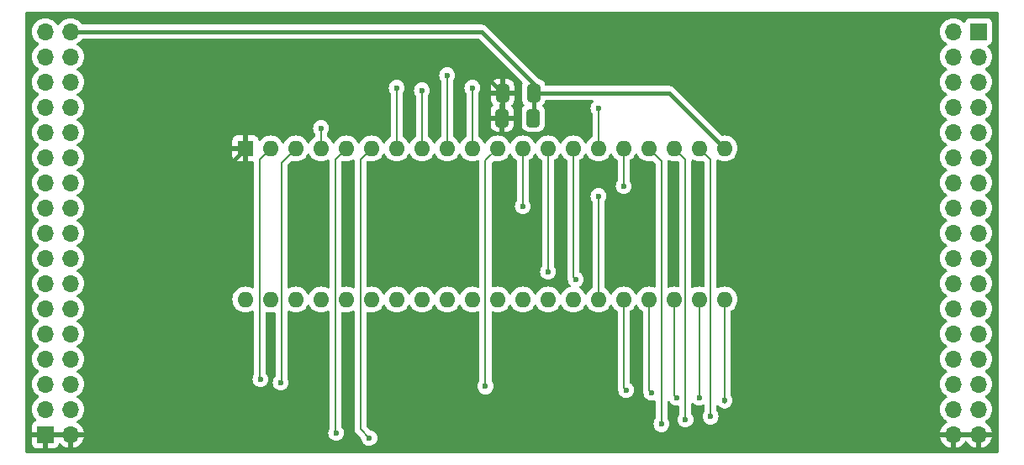
<source format=gbr>
%TF.GenerationSoftware,KiCad,Pcbnew,8.0.7-8.0.7-0~ubuntu22.04.1*%
%TF.CreationDate,2025-01-28T11:45:19+01:00*%
%TF.ProjectId,EF9345,45463933-3435-42e6-9b69-6361645f7063,rev?*%
%TF.SameCoordinates,Original*%
%TF.FileFunction,Copper,L1,Top*%
%TF.FilePolarity,Positive*%
%FSLAX46Y46*%
G04 Gerber Fmt 4.6, Leading zero omitted, Abs format (unit mm)*
G04 Created by KiCad (PCBNEW 8.0.7-8.0.7-0~ubuntu22.04.1) date 2025-01-28 11:45:19*
%MOMM*%
%LPD*%
G01*
G04 APERTURE LIST*
G04 Aperture macros list*
%AMRoundRect*
0 Rectangle with rounded corners*
0 $1 Rounding radius*
0 $2 $3 $4 $5 $6 $7 $8 $9 X,Y pos of 4 corners*
0 Add a 4 corners polygon primitive as box body*
4,1,4,$2,$3,$4,$5,$6,$7,$8,$9,$2,$3,0*
0 Add four circle primitives for the rounded corners*
1,1,$1+$1,$2,$3*
1,1,$1+$1,$4,$5*
1,1,$1+$1,$6,$7*
1,1,$1+$1,$8,$9*
0 Add four rect primitives between the rounded corners*
20,1,$1+$1,$2,$3,$4,$5,0*
20,1,$1+$1,$4,$5,$6,$7,0*
20,1,$1+$1,$6,$7,$8,$9,0*
20,1,$1+$1,$8,$9,$2,$3,0*%
G04 Aperture macros list end*
%TA.AperFunction,SMDPad,CuDef*%
%ADD10RoundRect,0.250000X0.412500X0.650000X-0.412500X0.650000X-0.412500X-0.650000X0.412500X-0.650000X0*%
%TD*%
%TA.AperFunction,ComponentPad*%
%ADD11R,1.600000X1.600000*%
%TD*%
%TA.AperFunction,ComponentPad*%
%ADD12O,1.600000X1.600000*%
%TD*%
%TA.AperFunction,ComponentPad*%
%ADD13R,1.700000X1.700000*%
%TD*%
%TA.AperFunction,ComponentPad*%
%ADD14O,1.700000X1.700000*%
%TD*%
%TA.AperFunction,ViaPad*%
%ADD15C,0.600000*%
%TD*%
%TA.AperFunction,Conductor*%
%ADD16C,0.400000*%
%TD*%
%TA.AperFunction,Conductor*%
%ADD17C,0.200000*%
%TD*%
G04 APERTURE END LIST*
D10*
%TO.P,C2,1*%
%TO.N,+5V*%
X102146500Y-77724000D03*
%TO.P,C2,2*%
%TO.N,GND*%
X99021500Y-77724000D03*
%TD*%
D11*
%TO.P,U5,1,Vss*%
%TO.N,GND*%
X73152000Y-80772000D03*
D12*
%TO.P,U5,2,~{OE}*%
%TO.N,/In1*%
X75692000Y-80772000D03*
%TO.P,U5,3,~{WE}*%
%TO.N,/In0*%
X78232000Y-80772000D03*
%TO.P,U5,4,~{ASM}*%
%TO.N,/VA14*%
X80772000Y-80772000D03*
%TO.P,U5,5,HVS/HS*%
%TO.N,/HS*%
X83312000Y-80772000D03*
%TO.P,U5,6,PC/VS*%
%TO.N,/VS*%
X85852000Y-80772000D03*
%TO.P,U5,7,B*%
%TO.N,/CGAB*%
X88392000Y-80772000D03*
%TO.P,U5,8,G*%
%TO.N,/CGAG*%
X90932000Y-80772000D03*
%TO.P,U5,9,R*%
%TO.N,/CGAR*%
X93472000Y-80772000D03*
%TO.P,U5,10,I*%
%TO.N,/CGAI*%
X96012000Y-80772000D03*
%TO.P,U5,11,HP*%
%TO.N,/In2*%
X98552000Y-80772000D03*
%TO.P,U5,12,CLK*%
%TO.N,/VCLK*%
X101092000Y-80772000D03*
%TO.P,U5,13,SYNC.IN*%
%TO.N,/Out1*%
X103632000Y-80772000D03*
%TO.P,U5,14,AS*%
%TO.N,/Out0*%
X106172000Y-80772000D03*
%TO.P,U5,15,DS*%
%TO.N,/PHI2*%
X108712000Y-80772000D03*
%TO.P,U5,16,R/~{W}*%
%TO.N,/R{slash}~{W}*%
X111252000Y-80772000D03*
%TO.P,U5,17,AD0*%
%TO.N,/D0*%
X113792000Y-80772000D03*
%TO.P,U5,18,AD1*%
%TO.N,/D1*%
X116332000Y-80772000D03*
%TO.P,U5,19,AD2*%
%TO.N,/D2*%
X118872000Y-80772000D03*
%TO.P,U5,20,Vcc*%
%TO.N,+5V*%
X121412000Y-80772000D03*
%TO.P,U5,21,AD3*%
%TO.N,/D3*%
X121412000Y-96012000D03*
%TO.P,U5,22,AD4*%
%TO.N,/D4*%
X118872000Y-96012000D03*
%TO.P,U5,23,AD5*%
%TO.N,/D5*%
X116332000Y-96012000D03*
%TO.P,U5,24,AD6*%
%TO.N,/D6*%
X113792000Y-96012000D03*
%TO.P,U5,25,AD7*%
%TO.N,/D7*%
X111252000Y-96012000D03*
%TO.P,U5,26,~{CS}*%
%TO.N,/~{CS}*%
X108712000Y-96012000D03*
%TO.P,U5,27,AM13*%
%TO.N,/VA13*%
X106172000Y-96012000D03*
%TO.P,U5,28,AM12*%
%TO.N,/VA12*%
X103632000Y-96012000D03*
%TO.P,U5,29,AM11*%
%TO.N,/VA11*%
X101092000Y-96012000D03*
%TO.P,U5,30,AM10*%
%TO.N,/VA10*%
X98552000Y-96012000D03*
%TO.P,U5,31,AM9*%
%TO.N,/VA9*%
X96012000Y-96012000D03*
%TO.P,U5,32,AM8*%
%TO.N,/VA8*%
X93472000Y-96012000D03*
%TO.P,U5,33,ADM7*%
%TO.N,/VA7*%
X90932000Y-96012000D03*
%TO.P,U5,34,ADM6*%
%TO.N,/VA6*%
X88392000Y-96012000D03*
%TO.P,U5,35,ADM5*%
%TO.N,/VA5*%
X85852000Y-96012000D03*
%TO.P,U5,36,ADM4*%
%TO.N,/VA4*%
X83312000Y-96012000D03*
%TO.P,U5,37,ADM3*%
%TO.N,/VA3*%
X80772000Y-96012000D03*
%TO.P,U5,38,ADM2*%
%TO.N,/VA2*%
X78232000Y-96012000D03*
%TO.P,U5,39,ADM1*%
%TO.N,/VA1*%
X75692000Y-96012000D03*
%TO.P,U5,40,ADM0*%
%TO.N,/VA0*%
X73152000Y-96012000D03*
%TD*%
D10*
%TO.P,C1,1*%
%TO.N,+5V*%
X102185000Y-75184000D03*
%TO.P,C1,2*%
%TO.N,GND*%
X99060000Y-75184000D03*
%TD*%
D13*
%TO.P,J3,1,Pin_1*%
%TO.N,/CGAB*%
X147000000Y-69000000D03*
D14*
%TO.P,J3,2,Pin_2*%
%TO.N,/CGAR*%
X144460000Y-69000000D03*
%TO.P,J3,3,Pin_3*%
%TO.N,/CGAI*%
X147000000Y-71540000D03*
%TO.P,J3,4,Pin_4*%
%TO.N,/CGAG*%
X144460000Y-71540000D03*
%TO.P,J3,5,Pin_5*%
%TO.N,/VA18*%
X147000000Y-74080000D03*
%TO.P,J3,6,Pin_6*%
%TO.N,/Res0*%
X144460000Y-74080000D03*
%TO.P,J3,7,Pin_7*%
%TO.N,/VA16*%
X147000000Y-76620000D03*
%TO.P,J3,8,Pin_8*%
%TO.N,/VA17*%
X144460000Y-76620000D03*
%TO.P,J3,9,Pin_9*%
%TO.N,/VA14*%
X147000000Y-79160000D03*
%TO.P,J3,10,Pin_10*%
%TO.N,/VA15*%
X144460000Y-79160000D03*
%TO.P,J3,11,Pin_11*%
%TO.N,/VA12*%
X147000000Y-81700000D03*
%TO.P,J3,12,Pin_12*%
%TO.N,/VA13*%
X144460000Y-81700000D03*
%TO.P,J3,13,Pin_13*%
%TO.N,/VA10*%
X147000000Y-84240000D03*
%TO.P,J3,14,Pin_14*%
%TO.N,/VA11*%
X144460000Y-84240000D03*
%TO.P,J3,15,Pin_15*%
%TO.N,/VA8*%
X147000000Y-86780000D03*
%TO.P,J3,16,Pin_16*%
%TO.N,/VA9*%
X144460000Y-86780000D03*
%TO.P,J3,17,Pin_17*%
%TO.N,/VA6*%
X147000000Y-89320000D03*
%TO.P,J3,18,Pin_18*%
%TO.N,/VA7*%
X144460000Y-89320000D03*
%TO.P,J3,19,Pin_19*%
%TO.N,/VA4*%
X147000000Y-91860000D03*
%TO.P,J3,20,Pin_20*%
%TO.N,/VA5*%
X144460000Y-91860000D03*
%TO.P,J3,21,Pin_21*%
%TO.N,/VA2*%
X147000000Y-94400000D03*
%TO.P,J3,22,Pin_22*%
%TO.N,/VA3*%
X144460000Y-94400000D03*
%TO.P,J3,23,Pin_23*%
%TO.N,/VA0*%
X147000000Y-96940000D03*
%TO.P,J3,24,Pin_24*%
%TO.N,/VA1*%
X144460000Y-96940000D03*
%TO.P,J3,25,Pin_25*%
%TO.N,/In0*%
X147000000Y-99480000D03*
%TO.P,J3,26,Pin_26*%
%TO.N,/In1*%
X144460000Y-99480000D03*
%TO.P,J3,27,Pin_27*%
%TO.N,/In2*%
X147000000Y-102020000D03*
%TO.P,J3,28,Pin_28*%
%TO.N,/DE*%
X144460000Y-102020000D03*
%TO.P,J3,29,Pin_29*%
%TO.N,/HS*%
X147000000Y-104560000D03*
%TO.P,J3,30,Pin_30*%
%TO.N,/CRSR*%
X144460000Y-104560000D03*
%TO.P,J3,31,Pin_31*%
%TO.N,/VS*%
X147000000Y-107100000D03*
%TO.P,J3,32,Pin_32*%
%TO.N,/~{RP}*%
X144460000Y-107100000D03*
%TO.P,J3,33,Pin_33*%
%TO.N,GND*%
X147000000Y-109640000D03*
%TO.P,J3,34,Pin_34*%
X144460000Y-109640000D03*
%TD*%
D13*
%TO.P,J1,1,Pin_1*%
%TO.N,GND*%
X53000000Y-109640000D03*
D14*
%TO.P,J1,2,Pin_2*%
X55540000Y-109640000D03*
%TO.P,J1,3,Pin_3*%
%TO.N,/D1*%
X53000000Y-107100000D03*
%TO.P,J1,4,Pin_4*%
%TO.N,/D0*%
X55540000Y-107100000D03*
%TO.P,J1,5,Pin_5*%
%TO.N,/D3*%
X53000000Y-104560000D03*
%TO.P,J1,6,Pin_6*%
%TO.N,/D2*%
X55540000Y-104560000D03*
%TO.P,J1,7,Pin_7*%
%TO.N,/D5*%
X53000000Y-102020000D03*
%TO.P,J1,8,Pin_8*%
%TO.N,/D4*%
X55540000Y-102020000D03*
%TO.P,J1,9,Pin_9*%
%TO.N,/D7*%
X53000000Y-99480000D03*
%TO.P,J1,10,Pin_10*%
%TO.N,/D6*%
X55540000Y-99480000D03*
%TO.P,J1,11,Pin_11*%
%TO.N,/Out1*%
X53000000Y-96940000D03*
%TO.P,J1,12,Pin_12*%
%TO.N,/Out0*%
X55540000Y-96940000D03*
%TO.P,J1,13,Pin_13*%
%TO.N,/Out3*%
X53000000Y-94400000D03*
%TO.P,J1,14,Pin_14*%
%TO.N,/Out2*%
X55540000Y-94400000D03*
%TO.P,J1,15,Pin_15*%
%TO.N,/Out5*%
X53000000Y-91860000D03*
%TO.P,J1,16,Pin_16*%
%TO.N,/Out4*%
X55540000Y-91860000D03*
%TO.P,J1,17,Pin_17*%
%TO.N,/Out7*%
X53000000Y-89320000D03*
%TO.P,J1,18,Pin_18*%
%TO.N,/Out6*%
X55540000Y-89320000D03*
%TO.P,J1,19,Pin_19*%
%TO.N,/~{CS}*%
X53000000Y-86780000D03*
%TO.P,J1,20,Pin_20*%
%TO.N,/VCLK*%
X55540000Y-86780000D03*
%TO.P,J1,21,Pin_21*%
%TO.N,/A1#*%
X53000000Y-84240000D03*
%TO.P,J1,22,Pin_22*%
%TO.N,/R{slash}~{W}*%
X55540000Y-84240000D03*
%TO.P,J1,23,Pin_23*%
%TO.N,/~{RD}*%
X53000000Y-81700000D03*
%TO.P,J1,24,Pin_24*%
%TO.N,/A0#*%
X55540000Y-81700000D03*
%TO.P,J1,25,Pin_25*%
%TO.N,/~{RST}*%
X53000000Y-79160000D03*
%TO.P,J1,26,Pin_26*%
%TO.N,/~{WR}*%
X55540000Y-79160000D03*
%TO.P,J1,27,Pin_27*%
%TO.N,/CH0*%
X53000000Y-76620000D03*
%TO.P,J1,28,Pin_28*%
%TO.N,/PHI2*%
X55540000Y-76620000D03*
%TO.P,J1,29,Pin_29*%
%TO.N,/Y*%
X53000000Y-74080000D03*
%TO.P,J1,30,Pin_30*%
%TO.N,/A*%
X55540000Y-74080000D03*
%TO.P,J1,31,Pin_31*%
%TO.N,/B*%
X53000000Y-71540000D03*
%TO.P,J1,32,Pin_32*%
%TO.N,unconnected-(J1-Pin_32-Pad32)*%
X55540000Y-71540000D03*
%TO.P,J1,33,Pin_33*%
%TO.N,+5V*%
X53000000Y-69000000D03*
%TO.P,J1,34,Pin_34*%
X55540000Y-69000000D03*
%TD*%
D15*
%TO.N,GND*%
X136652000Y-106934000D03*
X124968000Y-106680000D03*
X140208000Y-75692000D03*
X131572000Y-74930000D03*
X120650000Y-75184000D03*
X129286000Y-91440000D03*
X132842000Y-83566000D03*
X122174000Y-92202000D03*
X122174000Y-83566000D03*
X118618000Y-88900000D03*
X116586000Y-88900000D03*
X113538000Y-84582000D03*
X112776000Y-92964000D03*
X110744000Y-89154000D03*
X104902000Y-89154000D03*
X107696000Y-89662000D03*
X101346000Y-89916000D03*
X95250000Y-83058000D03*
X86614000Y-83058000D03*
X94742000Y-89916000D03*
X88138000Y-89916000D03*
X83566000Y-90170000D03*
X78740000Y-90170000D03*
X71374000Y-100076000D03*
X66548000Y-99314000D03*
X58166000Y-98806000D03*
X66548000Y-89154000D03*
X58420000Y-89916000D03*
X59944000Y-80518000D03*
X69850000Y-80010000D03*
X83058000Y-74168000D03*
X69596000Y-72644000D03*
X59690000Y-72898000D03*
%TO.N,/In0*%
X76708000Y-104394000D03*
%TO.N,/In1*%
X74676000Y-104068000D03*
%TO.N,/VA14*%
X80772000Y-78740000D03*
%TO.N,/HS*%
X82296000Y-109474000D03*
%TO.N,/VS*%
X85639050Y-109994000D03*
%TO.N,/CGAB*%
X88392007Y-74676007D03*
%TO.N,/CGAR*%
X93472000Y-73406000D03*
%TO.N,/CGAG*%
X90932000Y-74930000D03*
%TO.N,/CGAI*%
X96012000Y-74676000D03*
%TO.N,/In2*%
X97337035Y-104790000D03*
%TO.N,/Out1*%
X103632000Y-93218000D03*
%TO.N,/Out0*%
X106426000Y-93980000D03*
%TO.N,/PHI2*%
X108712000Y-76708000D03*
%TO.N,/R{slash}~{W}*%
X111252000Y-84582000D03*
%TO.N,/VCLK*%
X101092000Y-86614000D03*
%TO.N,/~{CS}*%
X108711996Y-85598000D03*
%TO.N,/D7*%
X111506000Y-105156000D03*
%TO.N,/D6*%
X114046000Y-105410000D03*
%TO.N,/D5*%
X116586000Y-105918000D03*
%TO.N,/D4*%
X118872001Y-105917999D03*
%TO.N,/D3*%
X121412000Y-106172006D03*
%TO.N,/D2*%
X119999998Y-107838002D03*
%TO.N,/D1*%
X117474998Y-108130000D03*
%TO.N,/D0*%
X115062000Y-108600000D03*
%TD*%
D16*
%TO.N,GND*%
X99060000Y-75184000D02*
X95758000Y-71882000D01*
X95758000Y-71882000D02*
X77724000Y-71882000D01*
X77724000Y-71882000D02*
X73152000Y-76454000D01*
X73152000Y-76454000D02*
X73152000Y-80772000D01*
D17*
%TO.N,/CGAR*%
X93472000Y-80772000D02*
X93472000Y-73406000D01*
%TO.N,/CGAB*%
X88392000Y-74676014D02*
X88392007Y-74676007D01*
X88392000Y-80772000D02*
X88392000Y-74676014D01*
%TO.N,/CGAG*%
X90932000Y-80772000D02*
X90932000Y-74930000D01*
%TO.N,/CGAI*%
X96012000Y-80772000D02*
X96012000Y-74676000D01*
D16*
%TO.N,+5V*%
X102185000Y-75184000D02*
X102185000Y-77685500D01*
X102185000Y-77685500D02*
X102146500Y-77724000D01*
%TO.N,GND*%
X99060000Y-75184000D02*
X99060000Y-77685500D01*
X99060000Y-77685500D02*
X99021500Y-77724000D01*
%TO.N,+5V*%
X55540000Y-69000000D02*
X96940000Y-69000000D01*
X96940000Y-69000000D02*
X102185000Y-74245000D01*
X102185000Y-74245000D02*
X102185000Y-75184000D01*
X102185000Y-75184000D02*
X115824000Y-75184000D01*
X115824000Y-75184000D02*
X121412000Y-80772000D01*
D17*
%TO.N,/VS*%
X84752000Y-109106950D02*
X85639050Y-109994000D01*
X84752000Y-81872000D02*
X84752000Y-109106950D01*
X85852000Y-80772000D02*
X84752000Y-81872000D01*
%TO.N,/In0*%
X78232000Y-80772000D02*
X76792000Y-82212000D01*
%TO.N,/In2*%
X97337035Y-81986965D02*
X97337035Y-104790000D01*
%TO.N,/In0*%
X76792000Y-82212000D02*
X76792000Y-104310000D01*
%TO.N,/In2*%
X98552000Y-80772000D02*
X97337035Y-81986965D01*
%TO.N,/In0*%
X76792000Y-104310000D02*
X76708000Y-104394000D01*
%TO.N,/D7*%
X111252000Y-104902000D02*
X111506000Y-105156000D01*
X111252000Y-96012000D02*
X111252000Y-104902000D01*
%TO.N,/D6*%
X113792000Y-96012000D02*
X113792000Y-105156000D01*
X113792000Y-105156000D02*
X114046000Y-105410000D01*
%TO.N,/D5*%
X116332000Y-105664000D02*
X116586000Y-105918000D01*
X116332000Y-96012000D02*
X116332000Y-105664000D01*
%TO.N,/D1*%
X116332000Y-80772000D02*
X117474998Y-81914998D01*
X117474998Y-81914998D02*
X117474998Y-108130000D01*
%TO.N,/In1*%
X74592000Y-81872000D02*
X74592000Y-103984000D01*
X74592000Y-103984000D02*
X74676000Y-104068000D01*
X75692000Y-80772000D02*
X74592000Y-81872000D01*
D16*
%TO.N,GND*%
X73152000Y-80772000D02*
X68326000Y-85598000D01*
X68326000Y-109298000D02*
X67984000Y-109640000D01*
X68326000Y-85598000D02*
X68326000Y-109298000D01*
X67984000Y-109640000D02*
X53000000Y-109640000D01*
D17*
%TO.N,/VA14*%
X80772000Y-80772000D02*
X80772000Y-78740000D01*
%TO.N,/HS*%
X83312000Y-80772000D02*
X82212000Y-81872000D01*
X82212000Y-81872000D02*
X82212000Y-109390000D01*
X82212000Y-109390000D02*
X82296000Y-109474000D01*
%TO.N,/Out1*%
X103632000Y-80772000D02*
X103632000Y-93218000D01*
%TO.N,/Out0*%
X106172000Y-80772000D02*
X106172000Y-93726000D01*
X106172000Y-93726000D02*
X106426000Y-93980000D01*
%TO.N,/PHI2*%
X108712000Y-80772000D02*
X108712000Y-76708000D01*
%TO.N,/R{slash}~{W}*%
X111252000Y-80772000D02*
X111252000Y-84582000D01*
%TO.N,/VCLK*%
X101092000Y-80772000D02*
X101092000Y-86614000D01*
%TO.N,/~{CS}*%
X108712000Y-85598004D02*
X108711996Y-85598000D01*
X108712000Y-96012000D02*
X108712000Y-85598004D01*
%TO.N,/D2*%
X119999998Y-81899998D02*
X119999998Y-107838002D01*
X118872000Y-80772000D02*
X119999998Y-81899998D01*
%TO.N,/D3*%
X121412000Y-106426010D02*
X121412000Y-106172006D01*
X121412000Y-96012000D02*
X121412000Y-106426010D01*
%TO.N,/D4*%
X118872000Y-105918000D02*
X118872001Y-105917999D01*
X118872000Y-96012000D02*
X118872000Y-105918000D01*
%TO.N,/D0*%
X115062000Y-82042000D02*
X115062000Y-108600000D01*
X113792000Y-80772000D02*
X115062000Y-82042000D01*
%TD*%
%TA.AperFunction,Conductor*%
%TO.N,GND*%
G36*
X55074075Y-109447007D02*
G01*
X55040000Y-109574174D01*
X55040000Y-109705826D01*
X55074075Y-109832993D01*
X55106988Y-109890000D01*
X53433012Y-109890000D01*
X53465925Y-109832993D01*
X53500000Y-109705826D01*
X53500000Y-109574174D01*
X53465925Y-109447007D01*
X53433012Y-109390000D01*
X55106988Y-109390000D01*
X55074075Y-109447007D01*
G37*
%TD.AperFunction*%
%TA.AperFunction,Conductor*%
G36*
X79569865Y-81315348D02*
G01*
X79614382Y-81366725D01*
X79641429Y-81424728D01*
X79641432Y-81424734D01*
X79771954Y-81611141D01*
X79932858Y-81772045D01*
X79979693Y-81804839D01*
X80119266Y-81902568D01*
X80325504Y-81998739D01*
X80325509Y-81998740D01*
X80325511Y-81998741D01*
X80378415Y-82012916D01*
X80545308Y-82057635D01*
X80707230Y-82071801D01*
X80771998Y-82077468D01*
X80772000Y-82077468D01*
X80772002Y-82077468D01*
X80834511Y-82071999D01*
X80998692Y-82057635D01*
X81218496Y-81998739D01*
X81424734Y-81902568D01*
X81424746Y-81902559D01*
X81425492Y-81902130D01*
X81425868Y-81902038D01*
X81429640Y-81900280D01*
X81429993Y-81901037D01*
X81493391Y-81885652D01*
X81559419Y-81908499D01*
X81602614Y-81963417D01*
X81611500Y-82009512D01*
X81611500Y-94774487D01*
X81591815Y-94841526D01*
X81539011Y-94887281D01*
X81469853Y-94897225D01*
X81429805Y-94883365D01*
X81429640Y-94883720D01*
X81426216Y-94882123D01*
X81425507Y-94881878D01*
X81424738Y-94881434D01*
X81407095Y-94873207D01*
X81351635Y-94847345D01*
X81218497Y-94785261D01*
X81218488Y-94785258D01*
X80998697Y-94726366D01*
X80998693Y-94726365D01*
X80998692Y-94726365D01*
X80998691Y-94726364D01*
X80998686Y-94726364D01*
X80772002Y-94706532D01*
X80771998Y-94706532D01*
X80545313Y-94726364D01*
X80545302Y-94726366D01*
X80325511Y-94785258D01*
X80325502Y-94785261D01*
X80119267Y-94881431D01*
X80119265Y-94881432D01*
X79932858Y-95011954D01*
X79771954Y-95172858D01*
X79641432Y-95359265D01*
X79641431Y-95359267D01*
X79614382Y-95417275D01*
X79568209Y-95469714D01*
X79501016Y-95488866D01*
X79434135Y-95468650D01*
X79389618Y-95417275D01*
X79362568Y-95359267D01*
X79362567Y-95359265D01*
X79301045Y-95271402D01*
X79232047Y-95172861D01*
X79232045Y-95172858D01*
X79071141Y-95011954D01*
X78884734Y-94881432D01*
X78884732Y-94881431D01*
X78678497Y-94785261D01*
X78678488Y-94785258D01*
X78458697Y-94726366D01*
X78458693Y-94726365D01*
X78458692Y-94726365D01*
X78458691Y-94726364D01*
X78458686Y-94726364D01*
X78232002Y-94706532D01*
X78231998Y-94706532D01*
X78005313Y-94726364D01*
X78005302Y-94726366D01*
X77785511Y-94785258D01*
X77785502Y-94785261D01*
X77579261Y-94881434D01*
X77578493Y-94881878D01*
X77578111Y-94881970D01*
X77574360Y-94883720D01*
X77574008Y-94882965D01*
X77510592Y-94898346D01*
X77444567Y-94875490D01*
X77401380Y-94820566D01*
X77392500Y-94774487D01*
X77392500Y-82512096D01*
X77412185Y-82445057D01*
X77428815Y-82424419D01*
X77789294Y-82063939D01*
X77850615Y-82030456D01*
X77909066Y-82031847D01*
X77915273Y-82033510D01*
X78005308Y-82057635D01*
X78167230Y-82071801D01*
X78231998Y-82077468D01*
X78232000Y-82077468D01*
X78232002Y-82077468D01*
X78294511Y-82071999D01*
X78458692Y-82057635D01*
X78678496Y-81998739D01*
X78884734Y-81902568D01*
X79071139Y-81772047D01*
X79232047Y-81611139D01*
X79362568Y-81424734D01*
X79389618Y-81366724D01*
X79435790Y-81314285D01*
X79502983Y-81295133D01*
X79569865Y-81315348D01*
G37*
%TD.AperFunction*%
%TA.AperFunction,Conductor*%
G36*
X94809865Y-81315348D02*
G01*
X94854382Y-81366725D01*
X94881429Y-81424728D01*
X94881432Y-81424734D01*
X95011954Y-81611141D01*
X95172858Y-81772045D01*
X95219693Y-81804839D01*
X95359266Y-81902568D01*
X95565504Y-81998739D01*
X95565509Y-81998740D01*
X95565511Y-81998741D01*
X95618415Y-82012916D01*
X95785308Y-82057635D01*
X95947230Y-82071801D01*
X96011998Y-82077468D01*
X96012000Y-82077468D01*
X96012002Y-82077468D01*
X96074511Y-82071999D01*
X96238692Y-82057635D01*
X96458496Y-81998739D01*
X96560130Y-81951345D01*
X96629206Y-81940854D01*
X96692990Y-81969373D01*
X96731230Y-82027850D01*
X96736534Y-82063728D01*
X96736534Y-82076011D01*
X96736535Y-82076024D01*
X96736535Y-94720272D01*
X96716850Y-94787311D01*
X96664046Y-94833066D01*
X96594888Y-94843010D01*
X96560130Y-94832654D01*
X96534207Y-94820566D01*
X96458496Y-94785261D01*
X96458492Y-94785260D01*
X96458488Y-94785258D01*
X96238697Y-94726366D01*
X96238693Y-94726365D01*
X96238692Y-94726365D01*
X96238691Y-94726364D01*
X96238686Y-94726364D01*
X96012002Y-94706532D01*
X96011998Y-94706532D01*
X95785313Y-94726364D01*
X95785302Y-94726366D01*
X95565511Y-94785258D01*
X95565502Y-94785261D01*
X95359267Y-94881431D01*
X95359265Y-94881432D01*
X95172858Y-95011954D01*
X95011954Y-95172858D01*
X94881432Y-95359265D01*
X94881431Y-95359267D01*
X94854382Y-95417275D01*
X94808209Y-95469714D01*
X94741016Y-95488866D01*
X94674135Y-95468650D01*
X94629618Y-95417275D01*
X94602568Y-95359267D01*
X94602567Y-95359265D01*
X94541045Y-95271402D01*
X94472047Y-95172861D01*
X94472045Y-95172858D01*
X94311141Y-95011954D01*
X94124734Y-94881432D01*
X94124732Y-94881431D01*
X93918497Y-94785261D01*
X93918488Y-94785258D01*
X93698697Y-94726366D01*
X93698693Y-94726365D01*
X93698692Y-94726365D01*
X93698691Y-94726364D01*
X93698686Y-94726364D01*
X93472002Y-94706532D01*
X93471998Y-94706532D01*
X93245313Y-94726364D01*
X93245302Y-94726366D01*
X93025511Y-94785258D01*
X93025502Y-94785261D01*
X92819267Y-94881431D01*
X92819265Y-94881432D01*
X92632858Y-95011954D01*
X92471954Y-95172858D01*
X92341432Y-95359265D01*
X92341431Y-95359267D01*
X92314382Y-95417275D01*
X92268209Y-95469714D01*
X92201016Y-95488866D01*
X92134135Y-95468650D01*
X92089618Y-95417275D01*
X92062568Y-95359267D01*
X92062567Y-95359265D01*
X92001045Y-95271402D01*
X91932047Y-95172861D01*
X91932045Y-95172858D01*
X91771141Y-95011954D01*
X91584734Y-94881432D01*
X91584732Y-94881431D01*
X91378497Y-94785261D01*
X91378488Y-94785258D01*
X91158697Y-94726366D01*
X91158693Y-94726365D01*
X91158692Y-94726365D01*
X91158691Y-94726364D01*
X91158686Y-94726364D01*
X90932002Y-94706532D01*
X90931998Y-94706532D01*
X90705313Y-94726364D01*
X90705302Y-94726366D01*
X90485511Y-94785258D01*
X90485502Y-94785261D01*
X90279267Y-94881431D01*
X90279265Y-94881432D01*
X90092858Y-95011954D01*
X89931954Y-95172858D01*
X89801432Y-95359265D01*
X89801431Y-95359267D01*
X89774382Y-95417275D01*
X89728209Y-95469714D01*
X89661016Y-95488866D01*
X89594135Y-95468650D01*
X89549618Y-95417275D01*
X89522568Y-95359267D01*
X89522567Y-95359265D01*
X89461045Y-95271402D01*
X89392047Y-95172861D01*
X89392045Y-95172858D01*
X89231141Y-95011954D01*
X89044734Y-94881432D01*
X89044732Y-94881431D01*
X88838497Y-94785261D01*
X88838488Y-94785258D01*
X88618697Y-94726366D01*
X88618693Y-94726365D01*
X88618692Y-94726365D01*
X88618691Y-94726364D01*
X88618686Y-94726364D01*
X88392002Y-94706532D01*
X88391998Y-94706532D01*
X88165313Y-94726364D01*
X88165302Y-94726366D01*
X87945511Y-94785258D01*
X87945502Y-94785261D01*
X87739267Y-94881431D01*
X87739265Y-94881432D01*
X87552858Y-95011954D01*
X87391954Y-95172858D01*
X87261432Y-95359265D01*
X87261431Y-95359267D01*
X87234382Y-95417275D01*
X87188209Y-95469714D01*
X87121016Y-95488866D01*
X87054135Y-95468650D01*
X87009618Y-95417275D01*
X86982568Y-95359267D01*
X86982567Y-95359265D01*
X86921045Y-95271402D01*
X86852047Y-95172861D01*
X86852045Y-95172858D01*
X86691141Y-95011954D01*
X86504734Y-94881432D01*
X86504732Y-94881431D01*
X86298497Y-94785261D01*
X86298488Y-94785258D01*
X86078697Y-94726366D01*
X86078693Y-94726365D01*
X86078692Y-94726365D01*
X86078691Y-94726364D01*
X86078686Y-94726364D01*
X85852002Y-94706532D01*
X85851998Y-94706532D01*
X85625313Y-94726364D01*
X85625302Y-94726366D01*
X85508593Y-94757638D01*
X85438743Y-94755975D01*
X85380881Y-94716812D01*
X85353377Y-94652583D01*
X85352500Y-94637863D01*
X85352500Y-82172097D01*
X85372185Y-82105058D01*
X85388817Y-82084418D01*
X85397369Y-82075865D01*
X85409292Y-82063942D01*
X85470613Y-82030456D01*
X85529066Y-82031846D01*
X85625308Y-82057635D01*
X85787230Y-82071801D01*
X85851998Y-82077468D01*
X85852000Y-82077468D01*
X85852002Y-82077468D01*
X85914511Y-82071999D01*
X86078692Y-82057635D01*
X86298496Y-81998739D01*
X86504734Y-81902568D01*
X86691139Y-81772047D01*
X86852047Y-81611139D01*
X86982568Y-81424734D01*
X87009618Y-81366724D01*
X87055790Y-81314285D01*
X87122983Y-81295133D01*
X87189865Y-81315348D01*
X87234382Y-81366725D01*
X87261429Y-81424728D01*
X87261432Y-81424734D01*
X87391954Y-81611141D01*
X87552858Y-81772045D01*
X87599693Y-81804839D01*
X87739266Y-81902568D01*
X87945504Y-81998739D01*
X87945509Y-81998740D01*
X87945511Y-81998741D01*
X87998415Y-82012916D01*
X88165308Y-82057635D01*
X88327230Y-82071801D01*
X88391998Y-82077468D01*
X88392000Y-82077468D01*
X88392002Y-82077468D01*
X88454511Y-82071999D01*
X88618692Y-82057635D01*
X88838496Y-81998739D01*
X89044734Y-81902568D01*
X89231139Y-81772047D01*
X89392047Y-81611139D01*
X89522568Y-81424734D01*
X89549618Y-81366724D01*
X89595790Y-81314285D01*
X89662983Y-81295133D01*
X89729865Y-81315348D01*
X89774382Y-81366725D01*
X89801429Y-81424728D01*
X89801432Y-81424734D01*
X89931954Y-81611141D01*
X90092858Y-81772045D01*
X90139693Y-81804839D01*
X90279266Y-81902568D01*
X90485504Y-81998739D01*
X90485509Y-81998740D01*
X90485511Y-81998741D01*
X90538415Y-82012916D01*
X90705308Y-82057635D01*
X90867230Y-82071801D01*
X90931998Y-82077468D01*
X90932000Y-82077468D01*
X90932002Y-82077468D01*
X90994511Y-82071999D01*
X91158692Y-82057635D01*
X91378496Y-81998739D01*
X91584734Y-81902568D01*
X91771139Y-81772047D01*
X91932047Y-81611139D01*
X92062568Y-81424734D01*
X92089618Y-81366724D01*
X92135790Y-81314285D01*
X92202983Y-81295133D01*
X92269865Y-81315348D01*
X92314382Y-81366725D01*
X92341429Y-81424728D01*
X92341432Y-81424734D01*
X92471954Y-81611141D01*
X92632858Y-81772045D01*
X92679693Y-81804839D01*
X92819266Y-81902568D01*
X93025504Y-81998739D01*
X93025509Y-81998740D01*
X93025511Y-81998741D01*
X93078415Y-82012916D01*
X93245308Y-82057635D01*
X93407230Y-82071801D01*
X93471998Y-82077468D01*
X93472000Y-82077468D01*
X93472002Y-82077468D01*
X93534511Y-82071999D01*
X93698692Y-82057635D01*
X93918496Y-81998739D01*
X94124734Y-81902568D01*
X94311139Y-81772047D01*
X94472047Y-81611139D01*
X94602568Y-81424734D01*
X94629618Y-81366724D01*
X94675790Y-81314285D01*
X94742983Y-81295133D01*
X94809865Y-81315348D01*
G37*
%TD.AperFunction*%
%TA.AperFunction,Conductor*%
G36*
X104969865Y-81315348D02*
G01*
X105014382Y-81366725D01*
X105041429Y-81424728D01*
X105041432Y-81424734D01*
X105171954Y-81611141D01*
X105332858Y-81772045D01*
X105332861Y-81772047D01*
X105518624Y-81902118D01*
X105562248Y-81956693D01*
X105571500Y-82003692D01*
X105571500Y-93639330D01*
X105571499Y-93639348D01*
X105571499Y-93805054D01*
X105571498Y-93805054D01*
X105571499Y-93805057D01*
X105608672Y-93943788D01*
X105612423Y-93957784D01*
X105613290Y-93959877D01*
X105621950Y-93993450D01*
X105640630Y-94159249D01*
X105640631Y-94159254D01*
X105700211Y-94329523D01*
X105796184Y-94482262D01*
X105868347Y-94554425D01*
X105901832Y-94615748D01*
X105896848Y-94685440D01*
X105854976Y-94741373D01*
X105812759Y-94761881D01*
X105725511Y-94785258D01*
X105725502Y-94785261D01*
X105519267Y-94881431D01*
X105519265Y-94881432D01*
X105332858Y-95011954D01*
X105171954Y-95172858D01*
X105041432Y-95359265D01*
X105041431Y-95359267D01*
X105014382Y-95417275D01*
X104968209Y-95469714D01*
X104901016Y-95488866D01*
X104834135Y-95468650D01*
X104789618Y-95417275D01*
X104762568Y-95359267D01*
X104762567Y-95359265D01*
X104701045Y-95271402D01*
X104632047Y-95172861D01*
X104632045Y-95172858D01*
X104471141Y-95011954D01*
X104284734Y-94881432D01*
X104284732Y-94881431D01*
X104078497Y-94785261D01*
X104078488Y-94785258D01*
X103858697Y-94726366D01*
X103858693Y-94726365D01*
X103858692Y-94726365D01*
X103858691Y-94726364D01*
X103858686Y-94726364D01*
X103632002Y-94706532D01*
X103631998Y-94706532D01*
X103405313Y-94726364D01*
X103405302Y-94726366D01*
X103185511Y-94785258D01*
X103185502Y-94785261D01*
X102979267Y-94881431D01*
X102979265Y-94881432D01*
X102792858Y-95011954D01*
X102631954Y-95172858D01*
X102501432Y-95359265D01*
X102501431Y-95359267D01*
X102474382Y-95417275D01*
X102428209Y-95469714D01*
X102361016Y-95488866D01*
X102294135Y-95468650D01*
X102249618Y-95417275D01*
X102222568Y-95359267D01*
X102222567Y-95359265D01*
X102161045Y-95271402D01*
X102092047Y-95172861D01*
X102092045Y-95172858D01*
X101931141Y-95011954D01*
X101744734Y-94881432D01*
X101744732Y-94881431D01*
X101538497Y-94785261D01*
X101538488Y-94785258D01*
X101318697Y-94726366D01*
X101318693Y-94726365D01*
X101318692Y-94726365D01*
X101318691Y-94726364D01*
X101318686Y-94726364D01*
X101092002Y-94706532D01*
X101091998Y-94706532D01*
X100865313Y-94726364D01*
X100865302Y-94726366D01*
X100645511Y-94785258D01*
X100645502Y-94785261D01*
X100439267Y-94881431D01*
X100439265Y-94881432D01*
X100252858Y-95011954D01*
X100091954Y-95172858D01*
X99961432Y-95359265D01*
X99961431Y-95359267D01*
X99934382Y-95417275D01*
X99888209Y-95469714D01*
X99821016Y-95488866D01*
X99754135Y-95468650D01*
X99709618Y-95417275D01*
X99682568Y-95359267D01*
X99682567Y-95359265D01*
X99621045Y-95271402D01*
X99552047Y-95172861D01*
X99552045Y-95172858D01*
X99391141Y-95011954D01*
X99204734Y-94881432D01*
X99204732Y-94881431D01*
X98998497Y-94785261D01*
X98998488Y-94785258D01*
X98778697Y-94726366D01*
X98778693Y-94726365D01*
X98778692Y-94726365D01*
X98778691Y-94726364D01*
X98778686Y-94726364D01*
X98552002Y-94706532D01*
X98551998Y-94706532D01*
X98325313Y-94726364D01*
X98325302Y-94726366D01*
X98105506Y-94785259D01*
X98103946Y-94785828D01*
X98103212Y-94785874D01*
X98100274Y-94786662D01*
X98100115Y-94786071D01*
X98034217Y-94790259D01*
X97973162Y-94756290D01*
X97940164Y-94694703D01*
X97937535Y-94669306D01*
X97937535Y-82287061D01*
X97957220Y-82220022D01*
X97973850Y-82199384D01*
X98109293Y-82063940D01*
X98170616Y-82030456D01*
X98229066Y-82031846D01*
X98325308Y-82057635D01*
X98487230Y-82071801D01*
X98551998Y-82077468D01*
X98552000Y-82077468D01*
X98552002Y-82077468D01*
X98614511Y-82071999D01*
X98778692Y-82057635D01*
X98998496Y-81998739D01*
X99204734Y-81902568D01*
X99391139Y-81772047D01*
X99552047Y-81611139D01*
X99682568Y-81424734D01*
X99709618Y-81366724D01*
X99755790Y-81314285D01*
X99822983Y-81295133D01*
X99889865Y-81315348D01*
X99934382Y-81366725D01*
X99961429Y-81424728D01*
X99961432Y-81424734D01*
X100091954Y-81611141D01*
X100252858Y-81772045D01*
X100252861Y-81772047D01*
X100438624Y-81902118D01*
X100482248Y-81956693D01*
X100491500Y-82003692D01*
X100491500Y-86031587D01*
X100471815Y-86098626D01*
X100464450Y-86108896D01*
X100462186Y-86111734D01*
X100366211Y-86264476D01*
X100306631Y-86434745D01*
X100306630Y-86434750D01*
X100286435Y-86613996D01*
X100286435Y-86614003D01*
X100306630Y-86793249D01*
X100306631Y-86793254D01*
X100366211Y-86963523D01*
X100398810Y-87015403D01*
X100462184Y-87116262D01*
X100589738Y-87243816D01*
X100742478Y-87339789D01*
X100912745Y-87399368D01*
X100912750Y-87399369D01*
X101091996Y-87419565D01*
X101092000Y-87419565D01*
X101092004Y-87419565D01*
X101271249Y-87399369D01*
X101271252Y-87399368D01*
X101271255Y-87399368D01*
X101441522Y-87339789D01*
X101594262Y-87243816D01*
X101721816Y-87116262D01*
X101817789Y-86963522D01*
X101877368Y-86793255D01*
X101877369Y-86793249D01*
X101897565Y-86614003D01*
X101897565Y-86613996D01*
X101877369Y-86434750D01*
X101877368Y-86434745D01*
X101817789Y-86264478D01*
X101721816Y-86111738D01*
X101721814Y-86111736D01*
X101721813Y-86111734D01*
X101719550Y-86108896D01*
X101718659Y-86106715D01*
X101718111Y-86105842D01*
X101718264Y-86105745D01*
X101693144Y-86044209D01*
X101692500Y-86031587D01*
X101692500Y-82003692D01*
X101712185Y-81936653D01*
X101745374Y-81902119D01*
X101931139Y-81772047D01*
X102092047Y-81611139D01*
X102222568Y-81424734D01*
X102249618Y-81366724D01*
X102295790Y-81314285D01*
X102362983Y-81295133D01*
X102429865Y-81315348D01*
X102474382Y-81366725D01*
X102501429Y-81424728D01*
X102501432Y-81424734D01*
X102631954Y-81611141D01*
X102792858Y-81772045D01*
X102792861Y-81772047D01*
X102978624Y-81902118D01*
X103022248Y-81956693D01*
X103031500Y-82003692D01*
X103031500Y-92635587D01*
X103011815Y-92702626D01*
X103004450Y-92712896D01*
X103002186Y-92715734D01*
X102906211Y-92868476D01*
X102846631Y-93038745D01*
X102846630Y-93038750D01*
X102826435Y-93217996D01*
X102826435Y-93218003D01*
X102846630Y-93397249D01*
X102846631Y-93397254D01*
X102906211Y-93567523D01*
X102998349Y-93714158D01*
X103002184Y-93720262D01*
X103129738Y-93847816D01*
X103282478Y-93943789D01*
X103328455Y-93959877D01*
X103452745Y-94003368D01*
X103452750Y-94003369D01*
X103631996Y-94023565D01*
X103632000Y-94023565D01*
X103632004Y-94023565D01*
X103811249Y-94003369D01*
X103811252Y-94003368D01*
X103811255Y-94003368D01*
X103981522Y-93943789D01*
X104134262Y-93847816D01*
X104261816Y-93720262D01*
X104357789Y-93567522D01*
X104417368Y-93397255D01*
X104421396Y-93361505D01*
X104437565Y-93218003D01*
X104437565Y-93217996D01*
X104417369Y-93038750D01*
X104417368Y-93038745D01*
X104368292Y-92898495D01*
X104357789Y-92868478D01*
X104261816Y-92715738D01*
X104261814Y-92715736D01*
X104261813Y-92715734D01*
X104259550Y-92712896D01*
X104258659Y-92710715D01*
X104258111Y-92709842D01*
X104258264Y-92709745D01*
X104233144Y-92648209D01*
X104232500Y-92635587D01*
X104232500Y-82003692D01*
X104252185Y-81936653D01*
X104285374Y-81902119D01*
X104471139Y-81772047D01*
X104632047Y-81611139D01*
X104762568Y-81424734D01*
X104789618Y-81366724D01*
X104835790Y-81314285D01*
X104902983Y-81295133D01*
X104969865Y-81315348D01*
G37*
%TD.AperFunction*%
%TA.AperFunction,Conductor*%
G36*
X112589865Y-81315348D02*
G01*
X112634382Y-81366725D01*
X112661429Y-81424728D01*
X112661432Y-81424734D01*
X112791954Y-81611141D01*
X112952858Y-81772045D01*
X112999693Y-81804839D01*
X113139266Y-81902568D01*
X113345504Y-81998739D01*
X113345509Y-81998740D01*
X113345511Y-81998741D01*
X113398415Y-82012916D01*
X113565308Y-82057635D01*
X113727230Y-82071801D01*
X113791998Y-82077468D01*
X113792000Y-82077468D01*
X113792002Y-82077468D01*
X113854511Y-82071999D01*
X114018692Y-82057635D01*
X114114932Y-82031847D01*
X114184781Y-82033510D01*
X114234706Y-82063941D01*
X114425181Y-82254416D01*
X114458666Y-82315739D01*
X114461500Y-82342097D01*
X114461500Y-94694608D01*
X114441815Y-94761647D01*
X114389011Y-94807402D01*
X114319853Y-94817346D01*
X114285096Y-94806991D01*
X114249214Y-94790259D01*
X114238496Y-94785261D01*
X114238493Y-94785260D01*
X114238488Y-94785258D01*
X114018697Y-94726366D01*
X114018693Y-94726365D01*
X114018692Y-94726365D01*
X114018691Y-94726364D01*
X114018686Y-94726364D01*
X113792002Y-94706532D01*
X113791998Y-94706532D01*
X113565313Y-94726364D01*
X113565302Y-94726366D01*
X113345511Y-94785258D01*
X113345502Y-94785261D01*
X113139267Y-94881431D01*
X113139265Y-94881432D01*
X112952858Y-95011954D01*
X112791954Y-95172858D01*
X112661432Y-95359265D01*
X112661431Y-95359267D01*
X112634382Y-95417275D01*
X112588209Y-95469714D01*
X112521016Y-95488866D01*
X112454135Y-95468650D01*
X112409618Y-95417275D01*
X112382568Y-95359267D01*
X112382567Y-95359265D01*
X112321045Y-95271402D01*
X112252047Y-95172861D01*
X112252045Y-95172858D01*
X112091141Y-95011954D01*
X111904734Y-94881432D01*
X111904732Y-94881431D01*
X111698497Y-94785261D01*
X111698488Y-94785258D01*
X111478697Y-94726366D01*
X111478693Y-94726365D01*
X111478692Y-94726365D01*
X111478691Y-94726364D01*
X111478686Y-94726364D01*
X111252002Y-94706532D01*
X111251998Y-94706532D01*
X111025313Y-94726364D01*
X111025302Y-94726366D01*
X110805511Y-94785258D01*
X110805502Y-94785261D01*
X110599267Y-94881431D01*
X110599265Y-94881432D01*
X110412858Y-95011954D01*
X110251954Y-95172858D01*
X110121432Y-95359265D01*
X110121431Y-95359267D01*
X110094382Y-95417275D01*
X110048209Y-95469714D01*
X109981016Y-95488866D01*
X109914135Y-95468650D01*
X109869618Y-95417275D01*
X109842568Y-95359267D01*
X109842567Y-95359265D01*
X109781045Y-95271402D01*
X109712047Y-95172861D01*
X109712045Y-95172858D01*
X109551140Y-95011953D01*
X109365377Y-94881881D01*
X109321752Y-94827304D01*
X109312500Y-94780306D01*
X109312500Y-86180407D01*
X109332185Y-86113368D01*
X109339555Y-86103092D01*
X109341806Y-86100267D01*
X109341812Y-86100262D01*
X109437785Y-85947522D01*
X109497364Y-85777255D01*
X109501392Y-85741505D01*
X109517561Y-85598003D01*
X109517561Y-85597996D01*
X109497365Y-85418750D01*
X109497364Y-85418745D01*
X109448288Y-85278495D01*
X109437785Y-85248478D01*
X109341812Y-85095738D01*
X109214258Y-84968184D01*
X109061519Y-84872211D01*
X108891250Y-84812631D01*
X108891245Y-84812630D01*
X108712000Y-84792435D01*
X108711992Y-84792435D01*
X108532746Y-84812630D01*
X108532741Y-84812631D01*
X108362472Y-84872211D01*
X108209733Y-84968184D01*
X108082180Y-85095737D01*
X107986207Y-85248476D01*
X107926627Y-85418745D01*
X107926626Y-85418750D01*
X107906431Y-85597996D01*
X107906431Y-85598003D01*
X107926626Y-85777249D01*
X107926627Y-85777254D01*
X107986207Y-85947523D01*
X108039029Y-86031587D01*
X108070970Y-86082422D01*
X108082181Y-86100263D01*
X108084445Y-86103102D01*
X108085335Y-86105284D01*
X108085885Y-86106158D01*
X108085731Y-86106254D01*
X108110855Y-86167788D01*
X108111500Y-86180417D01*
X108111500Y-94780306D01*
X108091815Y-94847345D01*
X108058623Y-94881881D01*
X107872859Y-95011953D01*
X107711954Y-95172858D01*
X107581432Y-95359265D01*
X107581431Y-95359267D01*
X107554382Y-95417275D01*
X107508209Y-95469714D01*
X107441016Y-95488866D01*
X107374135Y-95468650D01*
X107329618Y-95417275D01*
X107302568Y-95359267D01*
X107302567Y-95359265D01*
X107241045Y-95271402D01*
X107172047Y-95172861D01*
X107172045Y-95172858D01*
X107011141Y-95011954D01*
X106833087Y-94887281D01*
X106824734Y-94881432D01*
X106824732Y-94881431D01*
X106822300Y-94879728D01*
X106778675Y-94825152D01*
X106771481Y-94755653D01*
X106803003Y-94693298D01*
X106827446Y-94673162D01*
X106928262Y-94609816D01*
X107055816Y-94482262D01*
X107151789Y-94329522D01*
X107211368Y-94159255D01*
X107211369Y-94159249D01*
X107231565Y-93980003D01*
X107231565Y-93979996D01*
X107211369Y-93800750D01*
X107211368Y-93800745D01*
X107157549Y-93646939D01*
X107151789Y-93630478D01*
X107055816Y-93477738D01*
X106928262Y-93350184D01*
X106928260Y-93350182D01*
X106830527Y-93288772D01*
X106784237Y-93236438D01*
X106772500Y-93183779D01*
X106772500Y-82003692D01*
X106792185Y-81936653D01*
X106825374Y-81902119D01*
X107011139Y-81772047D01*
X107172047Y-81611139D01*
X107302568Y-81424734D01*
X107329618Y-81366724D01*
X107375790Y-81314285D01*
X107442983Y-81295133D01*
X107509865Y-81315348D01*
X107554382Y-81366725D01*
X107581429Y-81424728D01*
X107581432Y-81424734D01*
X107711954Y-81611141D01*
X107872858Y-81772045D01*
X107919693Y-81804839D01*
X108059266Y-81902568D01*
X108265504Y-81998739D01*
X108265509Y-81998740D01*
X108265511Y-81998741D01*
X108318415Y-82012916D01*
X108485308Y-82057635D01*
X108647230Y-82071801D01*
X108711998Y-82077468D01*
X108712000Y-82077468D01*
X108712002Y-82077468D01*
X108774511Y-82071999D01*
X108938692Y-82057635D01*
X109158496Y-81998739D01*
X109364734Y-81902568D01*
X109551139Y-81772047D01*
X109712047Y-81611139D01*
X109842568Y-81424734D01*
X109869618Y-81366724D01*
X109915790Y-81314285D01*
X109982983Y-81295133D01*
X110049865Y-81315348D01*
X110094382Y-81366725D01*
X110121429Y-81424728D01*
X110121432Y-81424734D01*
X110251954Y-81611141D01*
X110412858Y-81772045D01*
X110412861Y-81772047D01*
X110598624Y-81902118D01*
X110642248Y-81956693D01*
X110651500Y-82003692D01*
X110651500Y-83999587D01*
X110631815Y-84066626D01*
X110624450Y-84076896D01*
X110622186Y-84079734D01*
X110526211Y-84232476D01*
X110466631Y-84402745D01*
X110466630Y-84402750D01*
X110446435Y-84581996D01*
X110446435Y-84582003D01*
X110466630Y-84761249D01*
X110466631Y-84761254D01*
X110526211Y-84931523D01*
X110549247Y-84968184D01*
X110622184Y-85084262D01*
X110749738Y-85211816D01*
X110902478Y-85307789D01*
X111072745Y-85367368D01*
X111072750Y-85367369D01*
X111251996Y-85387565D01*
X111252000Y-85387565D01*
X111252004Y-85387565D01*
X111431249Y-85367369D01*
X111431252Y-85367368D01*
X111431255Y-85367368D01*
X111601522Y-85307789D01*
X111754262Y-85211816D01*
X111881816Y-85084262D01*
X111977789Y-84931522D01*
X112037368Y-84761255D01*
X112057565Y-84582000D01*
X112045555Y-84475408D01*
X112037369Y-84402750D01*
X112037368Y-84402745D01*
X111980421Y-84240000D01*
X111977789Y-84232478D01*
X111881816Y-84079738D01*
X111881814Y-84079736D01*
X111881813Y-84079734D01*
X111879550Y-84076896D01*
X111878659Y-84074715D01*
X111878111Y-84073842D01*
X111878264Y-84073745D01*
X111853144Y-84012209D01*
X111852500Y-83999587D01*
X111852500Y-82003692D01*
X111872185Y-81936653D01*
X111905374Y-81902119D01*
X112091139Y-81772047D01*
X112252047Y-81611139D01*
X112382568Y-81424734D01*
X112409618Y-81366724D01*
X112455790Y-81314285D01*
X112522983Y-81295133D01*
X112589865Y-81315348D01*
G37*
%TD.AperFunction*%
%TA.AperFunction,Conductor*%
G36*
X84099419Y-81908499D02*
G01*
X84142614Y-81963417D01*
X84151500Y-82009512D01*
X84151500Y-94774487D01*
X84131815Y-94841526D01*
X84079011Y-94887281D01*
X84009853Y-94897225D01*
X83969805Y-94883365D01*
X83969640Y-94883720D01*
X83966216Y-94882123D01*
X83965507Y-94881878D01*
X83964738Y-94881434D01*
X83947095Y-94873207D01*
X83891635Y-94847345D01*
X83758497Y-94785261D01*
X83758488Y-94785258D01*
X83538697Y-94726366D01*
X83538693Y-94726365D01*
X83538692Y-94726365D01*
X83538691Y-94726364D01*
X83538686Y-94726364D01*
X83312002Y-94706532D01*
X83311998Y-94706532D01*
X83085313Y-94726364D01*
X83085302Y-94726366D01*
X82968593Y-94757638D01*
X82898743Y-94755975D01*
X82840881Y-94716812D01*
X82813377Y-94652583D01*
X82812500Y-94637863D01*
X82812500Y-82172097D01*
X82832185Y-82105058D01*
X82848817Y-82084418D01*
X82857369Y-82075865D01*
X82869292Y-82063942D01*
X82930613Y-82030456D01*
X82989066Y-82031846D01*
X83085308Y-82057635D01*
X83247230Y-82071801D01*
X83311998Y-82077468D01*
X83312000Y-82077468D01*
X83312002Y-82077468D01*
X83374511Y-82071999D01*
X83538692Y-82057635D01*
X83758496Y-81998739D01*
X83964734Y-81902568D01*
X83964746Y-81902559D01*
X83965492Y-81902130D01*
X83965868Y-81902038D01*
X83969640Y-81900280D01*
X83969993Y-81901037D01*
X84033391Y-81885652D01*
X84099419Y-81908499D01*
G37*
%TD.AperFunction*%
%TA.AperFunction,Conductor*%
G36*
X118251897Y-81917784D02*
G01*
X118425504Y-81998739D01*
X118425509Y-81998740D01*
X118425511Y-81998741D01*
X118478415Y-82012916D01*
X118645308Y-82057635D01*
X118807230Y-82071801D01*
X118871998Y-82077468D01*
X118872000Y-82077468D01*
X118872002Y-82077468D01*
X118934511Y-82071999D01*
X119098692Y-82057635D01*
X119194932Y-82031847D01*
X119264781Y-82033510D01*
X119314706Y-82063941D01*
X119363179Y-82112414D01*
X119396664Y-82173737D01*
X119399498Y-82200095D01*
X119399498Y-94645365D01*
X119379813Y-94712404D01*
X119327009Y-94758159D01*
X119257851Y-94768103D01*
X119243405Y-94765140D01*
X119098697Y-94726366D01*
X119098693Y-94726365D01*
X119098692Y-94726365D01*
X119098691Y-94726364D01*
X119098686Y-94726364D01*
X118872002Y-94706532D01*
X118871998Y-94706532D01*
X118645313Y-94726364D01*
X118645302Y-94726366D01*
X118425511Y-94785258D01*
X118425504Y-94785260D01*
X118425504Y-94785261D01*
X118415965Y-94789709D01*
X118251903Y-94866213D01*
X118182825Y-94876705D01*
X118119041Y-94848185D01*
X118080802Y-94789709D01*
X118075498Y-94753831D01*
X118075498Y-82030168D01*
X118095183Y-81963129D01*
X118147987Y-81917374D01*
X118217145Y-81907430D01*
X118251897Y-81917784D01*
G37*
%TD.AperFunction*%
%TA.AperFunction,Conductor*%
G36*
X115838902Y-81977008D02*
G01*
X115885504Y-81998739D01*
X115885509Y-81998740D01*
X115885511Y-81998741D01*
X115938415Y-82012916D01*
X116105308Y-82057635D01*
X116267230Y-82071801D01*
X116331998Y-82077468D01*
X116332000Y-82077468D01*
X116332002Y-82077468D01*
X116394511Y-82071999D01*
X116558692Y-82057635D01*
X116654932Y-82031847D01*
X116724781Y-82033510D01*
X116774706Y-82063941D01*
X116838179Y-82127414D01*
X116871664Y-82188737D01*
X116874498Y-82215095D01*
X116874498Y-94649384D01*
X116854813Y-94716423D01*
X116802009Y-94762178D01*
X116732851Y-94772122D01*
X116718405Y-94769159D01*
X116558697Y-94726366D01*
X116558693Y-94726365D01*
X116558692Y-94726365D01*
X116558691Y-94726364D01*
X116558686Y-94726364D01*
X116332002Y-94706532D01*
X116331998Y-94706532D01*
X116105313Y-94726364D01*
X116105302Y-94726366D01*
X115885511Y-94785258D01*
X115885506Y-94785260D01*
X115838904Y-94806991D01*
X115769826Y-94817482D01*
X115706042Y-94788961D01*
X115667803Y-94730484D01*
X115662500Y-94694608D01*
X115662500Y-82089391D01*
X115682185Y-82022352D01*
X115734989Y-81976597D01*
X115804147Y-81966653D01*
X115838902Y-81977008D01*
G37*
%TD.AperFunction*%
%TA.AperFunction,Conductor*%
G36*
X146534075Y-109447007D02*
G01*
X146500000Y-109574174D01*
X146500000Y-109705826D01*
X146534075Y-109832993D01*
X146566988Y-109890000D01*
X144893012Y-109890000D01*
X144925925Y-109832993D01*
X144960000Y-109705826D01*
X144960000Y-109574174D01*
X144925925Y-109447007D01*
X144893012Y-109390000D01*
X146566988Y-109390000D01*
X146534075Y-109447007D01*
G37*
%TD.AperFunction*%
%TA.AperFunction,Conductor*%
G36*
X148942539Y-67020185D02*
G01*
X148988294Y-67072989D01*
X148999500Y-67124500D01*
X148999500Y-111375500D01*
X148979815Y-111442539D01*
X148927011Y-111488294D01*
X148875500Y-111499500D01*
X51124500Y-111499500D01*
X51057461Y-111479815D01*
X51011706Y-111427011D01*
X51000500Y-111375500D01*
X51000500Y-68999999D01*
X51644341Y-68999999D01*
X51644341Y-69000000D01*
X51664936Y-69235403D01*
X51664938Y-69235413D01*
X51726094Y-69463655D01*
X51726096Y-69463659D01*
X51726097Y-69463663D01*
X51730000Y-69472032D01*
X51825965Y-69677830D01*
X51825967Y-69677834D01*
X51934281Y-69832521D01*
X51961501Y-69871396D01*
X51961506Y-69871402D01*
X52128597Y-70038493D01*
X52128603Y-70038498D01*
X52314158Y-70168425D01*
X52357783Y-70223002D01*
X52364977Y-70292500D01*
X52333454Y-70354855D01*
X52314158Y-70371575D01*
X52128597Y-70501505D01*
X51961505Y-70668597D01*
X51825965Y-70862169D01*
X51825964Y-70862171D01*
X51726098Y-71076335D01*
X51726094Y-71076344D01*
X51664938Y-71304586D01*
X51664936Y-71304596D01*
X51644341Y-71539999D01*
X51644341Y-71540000D01*
X51664936Y-71775403D01*
X51664938Y-71775413D01*
X51726094Y-72003655D01*
X51726096Y-72003659D01*
X51726097Y-72003663D01*
X51730000Y-72012032D01*
X51825965Y-72217830D01*
X51825967Y-72217834D01*
X51934281Y-72372521D01*
X51961501Y-72411396D01*
X51961506Y-72411402D01*
X52128597Y-72578493D01*
X52128603Y-72578498D01*
X52314158Y-72708425D01*
X52357783Y-72763002D01*
X52364977Y-72832500D01*
X52333454Y-72894855D01*
X52314158Y-72911575D01*
X52128597Y-73041505D01*
X51961505Y-73208597D01*
X51825965Y-73402169D01*
X51825964Y-73402171D01*
X51726098Y-73616335D01*
X51726094Y-73616344D01*
X51664938Y-73844586D01*
X51664936Y-73844596D01*
X51644341Y-74079999D01*
X51644341Y-74080000D01*
X51664936Y-74315403D01*
X51664938Y-74315413D01*
X51726094Y-74543655D01*
X51726096Y-74543659D01*
X51726097Y-74543663D01*
X51787810Y-74676007D01*
X51825965Y-74757830D01*
X51825967Y-74757834D01*
X51934281Y-74912521D01*
X51961501Y-74951396D01*
X51961506Y-74951402D01*
X52128597Y-75118493D01*
X52128603Y-75118498D01*
X52314158Y-75248425D01*
X52357783Y-75303002D01*
X52364977Y-75372500D01*
X52333454Y-75434855D01*
X52314158Y-75451575D01*
X52128597Y-75581505D01*
X51961505Y-75748597D01*
X51825965Y-75942169D01*
X51825964Y-75942171D01*
X51726098Y-76156335D01*
X51726094Y-76156344D01*
X51664938Y-76384586D01*
X51664936Y-76384596D01*
X51644341Y-76619999D01*
X51644341Y-76620000D01*
X51664936Y-76855403D01*
X51664938Y-76855413D01*
X51726094Y-77083655D01*
X51726096Y-77083659D01*
X51726097Y-77083663D01*
X51730000Y-77092032D01*
X51825965Y-77297830D01*
X51825967Y-77297834D01*
X51934281Y-77452521D01*
X51961501Y-77491396D01*
X51961506Y-77491402D01*
X52128597Y-77658493D01*
X52128603Y-77658498D01*
X52314158Y-77788425D01*
X52357783Y-77843002D01*
X52364977Y-77912500D01*
X52333454Y-77974855D01*
X52314158Y-77991575D01*
X52128597Y-78121505D01*
X51961505Y-78288597D01*
X51825965Y-78482169D01*
X51825964Y-78482171D01*
X51726098Y-78696335D01*
X51726094Y-78696344D01*
X51664938Y-78924586D01*
X51664936Y-78924596D01*
X51644341Y-79159999D01*
X51644341Y-79160000D01*
X51664936Y-79395403D01*
X51664938Y-79395413D01*
X51726094Y-79623655D01*
X51726096Y-79623659D01*
X51726097Y-79623663D01*
X51806004Y-79795023D01*
X51825965Y-79837830D01*
X51825967Y-79837834D01*
X51923679Y-79977380D01*
X51961501Y-80031396D01*
X51961506Y-80031402D01*
X52128597Y-80198493D01*
X52128603Y-80198498D01*
X52314158Y-80328425D01*
X52357783Y-80383002D01*
X52364977Y-80452500D01*
X52333454Y-80514855D01*
X52314158Y-80531575D01*
X52128597Y-80661505D01*
X51961505Y-80828597D01*
X51825965Y-81022169D01*
X51825964Y-81022171D01*
X51726098Y-81236335D01*
X51726094Y-81236344D01*
X51664938Y-81464586D01*
X51664936Y-81464596D01*
X51644341Y-81699999D01*
X51644341Y-81700000D01*
X51664936Y-81935403D01*
X51664938Y-81935413D01*
X51726094Y-82163655D01*
X51726096Y-82163659D01*
X51726097Y-82163663D01*
X51806004Y-82335023D01*
X51825965Y-82377830D01*
X51825967Y-82377834D01*
X51919979Y-82512096D01*
X51961501Y-82571396D01*
X51961506Y-82571402D01*
X52128597Y-82738493D01*
X52128603Y-82738498D01*
X52314158Y-82868425D01*
X52357783Y-82923002D01*
X52364977Y-82992500D01*
X52333454Y-83054855D01*
X52314158Y-83071575D01*
X52128597Y-83201505D01*
X51961505Y-83368597D01*
X51825965Y-83562169D01*
X51825964Y-83562171D01*
X51726098Y-83776335D01*
X51726094Y-83776344D01*
X51664938Y-84004586D01*
X51664936Y-84004596D01*
X51644341Y-84239999D01*
X51644341Y-84240000D01*
X51664936Y-84475403D01*
X51664938Y-84475413D01*
X51726094Y-84703655D01*
X51726096Y-84703659D01*
X51726097Y-84703663D01*
X51806004Y-84875023D01*
X51825965Y-84917830D01*
X51825967Y-84917834D01*
X51861223Y-84968184D01*
X51961501Y-85111396D01*
X51961506Y-85111402D01*
X52128597Y-85278493D01*
X52128603Y-85278498D01*
X52314158Y-85408425D01*
X52357783Y-85463002D01*
X52364977Y-85532500D01*
X52333454Y-85594855D01*
X52314158Y-85611575D01*
X52128597Y-85741505D01*
X51961505Y-85908597D01*
X51825965Y-86102169D01*
X51825964Y-86102171D01*
X51726098Y-86316335D01*
X51726094Y-86316344D01*
X51664938Y-86544586D01*
X51664936Y-86544596D01*
X51644341Y-86779999D01*
X51644341Y-86780000D01*
X51664936Y-87015403D01*
X51664938Y-87015413D01*
X51726094Y-87243655D01*
X51726096Y-87243659D01*
X51726097Y-87243663D01*
X51798704Y-87399368D01*
X51825965Y-87457830D01*
X51825967Y-87457834D01*
X51934281Y-87612521D01*
X51961501Y-87651396D01*
X51961506Y-87651402D01*
X52128597Y-87818493D01*
X52128603Y-87818498D01*
X52314158Y-87948425D01*
X52357783Y-88003002D01*
X52364977Y-88072500D01*
X52333454Y-88134855D01*
X52314158Y-88151575D01*
X52128597Y-88281505D01*
X51961505Y-88448597D01*
X51825965Y-88642169D01*
X51825964Y-88642171D01*
X51726098Y-88856335D01*
X51726094Y-88856344D01*
X51664938Y-89084586D01*
X51664936Y-89084596D01*
X51644341Y-89319999D01*
X51644341Y-89320000D01*
X51664936Y-89555403D01*
X51664938Y-89555413D01*
X51726094Y-89783655D01*
X51726096Y-89783659D01*
X51726097Y-89783663D01*
X51730000Y-89792032D01*
X51825965Y-89997830D01*
X51825967Y-89997834D01*
X51934281Y-90152521D01*
X51961501Y-90191396D01*
X51961506Y-90191402D01*
X52128597Y-90358493D01*
X52128603Y-90358498D01*
X52314158Y-90488425D01*
X52357783Y-90543002D01*
X52364977Y-90612500D01*
X52333454Y-90674855D01*
X52314158Y-90691575D01*
X52128597Y-90821505D01*
X51961505Y-90988597D01*
X51825965Y-91182169D01*
X51825964Y-91182171D01*
X51726098Y-91396335D01*
X51726094Y-91396344D01*
X51664938Y-91624586D01*
X51664936Y-91624596D01*
X51644341Y-91859999D01*
X51644341Y-91860000D01*
X51664936Y-92095403D01*
X51664938Y-92095413D01*
X51726094Y-92323655D01*
X51726096Y-92323659D01*
X51726097Y-92323663D01*
X51730000Y-92332032D01*
X51825965Y-92537830D01*
X51825967Y-92537834D01*
X51894415Y-92635587D01*
X51961501Y-92731396D01*
X51961506Y-92731402D01*
X52128597Y-92898493D01*
X52128603Y-92898498D01*
X52314158Y-93028425D01*
X52357783Y-93083002D01*
X52364977Y-93152500D01*
X52333454Y-93214855D01*
X52314158Y-93231575D01*
X52128597Y-93361505D01*
X51961505Y-93528597D01*
X51825965Y-93722169D01*
X51825964Y-93722171D01*
X51726098Y-93936335D01*
X51726094Y-93936344D01*
X51664938Y-94164586D01*
X51664936Y-94164596D01*
X51644341Y-94399999D01*
X51644341Y-94400000D01*
X51664936Y-94635403D01*
X51664938Y-94635413D01*
X51726094Y-94863655D01*
X51726096Y-94863659D01*
X51726097Y-94863663D01*
X51795414Y-95012314D01*
X51825965Y-95077830D01*
X51825967Y-95077834D01*
X51892504Y-95172858D01*
X51961501Y-95271396D01*
X51961506Y-95271402D01*
X52128597Y-95438493D01*
X52128603Y-95438498D01*
X52314158Y-95568425D01*
X52357783Y-95623002D01*
X52364977Y-95692500D01*
X52333454Y-95754855D01*
X52314158Y-95771575D01*
X52128597Y-95901505D01*
X51961505Y-96068597D01*
X51825965Y-96262169D01*
X51825964Y-96262171D01*
X51726098Y-96476335D01*
X51726094Y-96476344D01*
X51664938Y-96704586D01*
X51664936Y-96704596D01*
X51644341Y-96939999D01*
X51644341Y-96940000D01*
X51664936Y-97175403D01*
X51664938Y-97175413D01*
X51726094Y-97403655D01*
X51726096Y-97403659D01*
X51726097Y-97403663D01*
X51730000Y-97412032D01*
X51825965Y-97617830D01*
X51825967Y-97617834D01*
X51934281Y-97772521D01*
X51961501Y-97811396D01*
X51961506Y-97811402D01*
X52128597Y-97978493D01*
X52128603Y-97978498D01*
X52314158Y-98108425D01*
X52357783Y-98163002D01*
X52364977Y-98232500D01*
X52333454Y-98294855D01*
X52314158Y-98311575D01*
X52128597Y-98441505D01*
X51961505Y-98608597D01*
X51825965Y-98802169D01*
X51825964Y-98802171D01*
X51726098Y-99016335D01*
X51726094Y-99016344D01*
X51664938Y-99244586D01*
X51664936Y-99244596D01*
X51644341Y-99479999D01*
X51644341Y-99480000D01*
X51664936Y-99715403D01*
X51664938Y-99715413D01*
X51726094Y-99943655D01*
X51726096Y-99943659D01*
X51726097Y-99943663D01*
X51730000Y-99952032D01*
X51825965Y-100157830D01*
X51825967Y-100157834D01*
X51934281Y-100312521D01*
X51961501Y-100351396D01*
X51961506Y-100351402D01*
X52128597Y-100518493D01*
X52128603Y-100518498D01*
X52314158Y-100648425D01*
X52357783Y-100703002D01*
X52364977Y-100772500D01*
X52333454Y-100834855D01*
X52314158Y-100851575D01*
X52128597Y-100981505D01*
X51961505Y-101148597D01*
X51825965Y-101342169D01*
X51825964Y-101342171D01*
X51726098Y-101556335D01*
X51726094Y-101556344D01*
X51664938Y-101784586D01*
X51664936Y-101784596D01*
X51644341Y-102019999D01*
X51644341Y-102020000D01*
X51664936Y-102255403D01*
X51664938Y-102255413D01*
X51726094Y-102483655D01*
X51726096Y-102483659D01*
X51726097Y-102483663D01*
X51730000Y-102492032D01*
X51825965Y-102697830D01*
X51825967Y-102697834D01*
X51934281Y-102852521D01*
X51961501Y-102891396D01*
X51961506Y-102891402D01*
X52128597Y-103058493D01*
X52128603Y-103058498D01*
X52314158Y-103188425D01*
X52357783Y-103243002D01*
X52364977Y-103312500D01*
X52333454Y-103374855D01*
X52314158Y-103391575D01*
X52128597Y-103521505D01*
X51961505Y-103688597D01*
X51825965Y-103882169D01*
X51825964Y-103882171D01*
X51726098Y-104096335D01*
X51726094Y-104096344D01*
X51664938Y-104324586D01*
X51664936Y-104324596D01*
X51644341Y-104559999D01*
X51644341Y-104560000D01*
X51664936Y-104795403D01*
X51664938Y-104795413D01*
X51726094Y-105023655D01*
X51726096Y-105023659D01*
X51726097Y-105023663D01*
X51794079Y-105169450D01*
X51825965Y-105237830D01*
X51825967Y-105237834D01*
X51930010Y-105386422D01*
X51961501Y-105431396D01*
X51961506Y-105431402D01*
X52128597Y-105598493D01*
X52128603Y-105598498D01*
X52314158Y-105728425D01*
X52357783Y-105783002D01*
X52364977Y-105852500D01*
X52333454Y-105914855D01*
X52314158Y-105931575D01*
X52128597Y-106061505D01*
X51961505Y-106228597D01*
X51825965Y-106422169D01*
X51825964Y-106422171D01*
X51726098Y-106636335D01*
X51726094Y-106636344D01*
X51664938Y-106864586D01*
X51664936Y-106864596D01*
X51644341Y-107099999D01*
X51644341Y-107100000D01*
X51664936Y-107335403D01*
X51664938Y-107335413D01*
X51726094Y-107563655D01*
X51726096Y-107563659D01*
X51726097Y-107563663D01*
X51755974Y-107627734D01*
X51825965Y-107777830D01*
X51825967Y-107777834D01*
X51868100Y-107838005D01*
X51961501Y-107971396D01*
X51961506Y-107971402D01*
X52083818Y-108093714D01*
X52117303Y-108155037D01*
X52112319Y-108224729D01*
X52070447Y-108280662D01*
X52039471Y-108297577D01*
X51907912Y-108346646D01*
X51907906Y-108346649D01*
X51792812Y-108432809D01*
X51792809Y-108432812D01*
X51706649Y-108547906D01*
X51706645Y-108547913D01*
X51656403Y-108682620D01*
X51656401Y-108682627D01*
X51650000Y-108742155D01*
X51650000Y-109390000D01*
X52566988Y-109390000D01*
X52534075Y-109447007D01*
X52500000Y-109574174D01*
X52500000Y-109705826D01*
X52534075Y-109832993D01*
X52566988Y-109890000D01*
X51650000Y-109890000D01*
X51650000Y-110537844D01*
X51656401Y-110597372D01*
X51656403Y-110597379D01*
X51706645Y-110732086D01*
X51706649Y-110732093D01*
X51792809Y-110847187D01*
X51792812Y-110847190D01*
X51907906Y-110933350D01*
X51907913Y-110933354D01*
X52042620Y-110983596D01*
X52042627Y-110983598D01*
X52102155Y-110989999D01*
X52102172Y-110990000D01*
X52750000Y-110990000D01*
X52750000Y-110073012D01*
X52807007Y-110105925D01*
X52934174Y-110140000D01*
X53065826Y-110140000D01*
X53192993Y-110105925D01*
X53250000Y-110073012D01*
X53250000Y-110990000D01*
X53897828Y-110990000D01*
X53897844Y-110989999D01*
X53957372Y-110983598D01*
X53957379Y-110983596D01*
X54092086Y-110933354D01*
X54092093Y-110933350D01*
X54207187Y-110847190D01*
X54207190Y-110847187D01*
X54293350Y-110732093D01*
X54293354Y-110732086D01*
X54342614Y-110600013D01*
X54384485Y-110544079D01*
X54449949Y-110519662D01*
X54518222Y-110534513D01*
X54546477Y-110555665D01*
X54668917Y-110678105D01*
X54862421Y-110813600D01*
X55076507Y-110913429D01*
X55076516Y-110913433D01*
X55290000Y-110970634D01*
X55290000Y-110073012D01*
X55347007Y-110105925D01*
X55474174Y-110140000D01*
X55605826Y-110140000D01*
X55732993Y-110105925D01*
X55790000Y-110073012D01*
X55790000Y-110970633D01*
X56003483Y-110913433D01*
X56003492Y-110913429D01*
X56217578Y-110813600D01*
X56411082Y-110678105D01*
X56578105Y-110511082D01*
X56713600Y-110317578D01*
X56813429Y-110103492D01*
X56813432Y-110103486D01*
X56870636Y-109890000D01*
X55973012Y-109890000D01*
X56005925Y-109832993D01*
X56040000Y-109705826D01*
X56040000Y-109574174D01*
X56005925Y-109447007D01*
X55973012Y-109390000D01*
X56870636Y-109390000D01*
X56870635Y-109389999D01*
X56813432Y-109176513D01*
X56813429Y-109176507D01*
X56713600Y-108962422D01*
X56713599Y-108962420D01*
X56578113Y-108768926D01*
X56578108Y-108768920D01*
X56411078Y-108601890D01*
X56225405Y-108471879D01*
X56181780Y-108417302D01*
X56174588Y-108347804D01*
X56206110Y-108285449D01*
X56225406Y-108268730D01*
X56244008Y-108255705D01*
X56411401Y-108138495D01*
X56578495Y-107971401D01*
X56714035Y-107777830D01*
X56813903Y-107563663D01*
X56875063Y-107335408D01*
X56895659Y-107100000D01*
X56875063Y-106864592D01*
X56815900Y-106643789D01*
X56813905Y-106636344D01*
X56813904Y-106636343D01*
X56813903Y-106636337D01*
X56714035Y-106422171D01*
X56712699Y-106420262D01*
X56578494Y-106228597D01*
X56411402Y-106061506D01*
X56411396Y-106061501D01*
X56225842Y-105931575D01*
X56182217Y-105876998D01*
X56175023Y-105807500D01*
X56206546Y-105745145D01*
X56225842Y-105728425D01*
X56309647Y-105669744D01*
X56411401Y-105598495D01*
X56578495Y-105431401D01*
X56714035Y-105237830D01*
X56813903Y-105023663D01*
X56875063Y-104795408D01*
X56895659Y-104560000D01*
X56875063Y-104324592D01*
X56813903Y-104096337D01*
X56714035Y-103882171D01*
X56708425Y-103874158D01*
X56578494Y-103688597D01*
X56411402Y-103521506D01*
X56411396Y-103521501D01*
X56225842Y-103391575D01*
X56182217Y-103336998D01*
X56175023Y-103267500D01*
X56206546Y-103205145D01*
X56225842Y-103188425D01*
X56248026Y-103172891D01*
X56411401Y-103058495D01*
X56578495Y-102891401D01*
X56714035Y-102697830D01*
X56813903Y-102483663D01*
X56875063Y-102255408D01*
X56895659Y-102020000D01*
X56875063Y-101784592D01*
X56813903Y-101556337D01*
X56714035Y-101342171D01*
X56708425Y-101334158D01*
X56578494Y-101148597D01*
X56411402Y-100981506D01*
X56411396Y-100981501D01*
X56225842Y-100851575D01*
X56182217Y-100796998D01*
X56175023Y-100727500D01*
X56206546Y-100665145D01*
X56225842Y-100648425D01*
X56248026Y-100632891D01*
X56411401Y-100518495D01*
X56578495Y-100351401D01*
X56714035Y-100157830D01*
X56813903Y-99943663D01*
X56875063Y-99715408D01*
X56895659Y-99480000D01*
X56875063Y-99244592D01*
X56813903Y-99016337D01*
X56714035Y-98802171D01*
X56708425Y-98794158D01*
X56578494Y-98608597D01*
X56411402Y-98441506D01*
X56411396Y-98441501D01*
X56225842Y-98311575D01*
X56182217Y-98256998D01*
X56175023Y-98187500D01*
X56206546Y-98125145D01*
X56225842Y-98108425D01*
X56248026Y-98092891D01*
X56411401Y-97978495D01*
X56578495Y-97811401D01*
X56714035Y-97617830D01*
X56813903Y-97403663D01*
X56875063Y-97175408D01*
X56895659Y-96940000D01*
X56875063Y-96704592D01*
X56813903Y-96476337D01*
X56714035Y-96262171D01*
X56708425Y-96254158D01*
X56578494Y-96068597D01*
X56411402Y-95901506D01*
X56411396Y-95901501D01*
X56225842Y-95771575D01*
X56182217Y-95716998D01*
X56175023Y-95647500D01*
X56206546Y-95585145D01*
X56225842Y-95568425D01*
X56248026Y-95552891D01*
X56411401Y-95438495D01*
X56578495Y-95271401D01*
X56714035Y-95077830D01*
X56813903Y-94863663D01*
X56875063Y-94635408D01*
X56895659Y-94400000D01*
X56875063Y-94164592D01*
X56823733Y-93973023D01*
X56813905Y-93936344D01*
X56813904Y-93936343D01*
X56813903Y-93936337D01*
X56714035Y-93722171D01*
X56712699Y-93720262D01*
X56578494Y-93528597D01*
X56411402Y-93361506D01*
X56411396Y-93361501D01*
X56225842Y-93231575D01*
X56182217Y-93176998D01*
X56175023Y-93107500D01*
X56206546Y-93045145D01*
X56225842Y-93028425D01*
X56248026Y-93012891D01*
X56411401Y-92898495D01*
X56578495Y-92731401D01*
X56714035Y-92537830D01*
X56813903Y-92323663D01*
X56875063Y-92095408D01*
X56895659Y-91860000D01*
X56875063Y-91624592D01*
X56813903Y-91396337D01*
X56714035Y-91182171D01*
X56708425Y-91174158D01*
X56578494Y-90988597D01*
X56411402Y-90821506D01*
X56411396Y-90821501D01*
X56225842Y-90691575D01*
X56182217Y-90636998D01*
X56175023Y-90567500D01*
X56206546Y-90505145D01*
X56225842Y-90488425D01*
X56248026Y-90472891D01*
X56411401Y-90358495D01*
X56578495Y-90191401D01*
X56714035Y-89997830D01*
X56813903Y-89783663D01*
X56875063Y-89555408D01*
X56895659Y-89320000D01*
X56875063Y-89084592D01*
X56813903Y-88856337D01*
X56714035Y-88642171D01*
X56708425Y-88634158D01*
X56578494Y-88448597D01*
X56411402Y-88281506D01*
X56411396Y-88281501D01*
X56225842Y-88151575D01*
X56182217Y-88096998D01*
X56175023Y-88027500D01*
X56206546Y-87965145D01*
X56225842Y-87948425D01*
X56248026Y-87932891D01*
X56411401Y-87818495D01*
X56578495Y-87651401D01*
X56714035Y-87457830D01*
X56813903Y-87243663D01*
X56875063Y-87015408D01*
X56895659Y-86780000D01*
X56875063Y-86544592D01*
X56813903Y-86316337D01*
X56714035Y-86102171D01*
X56712699Y-86100262D01*
X56578494Y-85908597D01*
X56411402Y-85741506D01*
X56411396Y-85741501D01*
X56225842Y-85611575D01*
X56182217Y-85556998D01*
X56175023Y-85487500D01*
X56206546Y-85425145D01*
X56225842Y-85408425D01*
X56284477Y-85367368D01*
X56411401Y-85278495D01*
X56578495Y-85111401D01*
X56714035Y-84917830D01*
X56813903Y-84703663D01*
X56875063Y-84475408D01*
X56895659Y-84240000D01*
X56875063Y-84004592D01*
X56813903Y-83776337D01*
X56714035Y-83562171D01*
X56708425Y-83554158D01*
X56578494Y-83368597D01*
X56411402Y-83201506D01*
X56411396Y-83201501D01*
X56225842Y-83071575D01*
X56182217Y-83016998D01*
X56175023Y-82947500D01*
X56206546Y-82885145D01*
X56225842Y-82868425D01*
X56248026Y-82852891D01*
X56411401Y-82738495D01*
X56578495Y-82571401D01*
X56714035Y-82377830D01*
X56813903Y-82163663D01*
X56875063Y-81935408D01*
X56895659Y-81700000D01*
X56875063Y-81464592D01*
X56813903Y-81236337D01*
X56714035Y-81022171D01*
X56713916Y-81022000D01*
X56578494Y-80828597D01*
X56411402Y-80661506D01*
X56411396Y-80661501D01*
X56225842Y-80531575D01*
X56182217Y-80476998D01*
X56175023Y-80407500D01*
X56206546Y-80345145D01*
X56225842Y-80328425D01*
X56248026Y-80312891D01*
X56411401Y-80198495D01*
X56578495Y-80031401D01*
X56714035Y-79837830D01*
X56813903Y-79623663D01*
X56875063Y-79395408D01*
X56895659Y-79160000D01*
X56875063Y-78924592D01*
X56813903Y-78696337D01*
X56714035Y-78482171D01*
X56708425Y-78474158D01*
X56578494Y-78288597D01*
X56411402Y-78121506D01*
X56411396Y-78121501D01*
X56225842Y-77991575D01*
X56182217Y-77936998D01*
X56175023Y-77867500D01*
X56206546Y-77805145D01*
X56225842Y-77788425D01*
X56248026Y-77772891D01*
X56411401Y-77658495D01*
X56578495Y-77491401D01*
X56714035Y-77297830D01*
X56813903Y-77083663D01*
X56875063Y-76855408D01*
X56895659Y-76620000D01*
X56875063Y-76384592D01*
X56813903Y-76156337D01*
X56714035Y-75942171D01*
X56708425Y-75934158D01*
X56578494Y-75748597D01*
X56411402Y-75581506D01*
X56411396Y-75581501D01*
X56225842Y-75451575D01*
X56182217Y-75396998D01*
X56175023Y-75327500D01*
X56206546Y-75265145D01*
X56225842Y-75248425D01*
X56307299Y-75191388D01*
X56411401Y-75118495D01*
X56578495Y-74951401D01*
X56714035Y-74757830D01*
X56813903Y-74543663D01*
X56875063Y-74315408D01*
X56895659Y-74080000D01*
X56875063Y-73844592D01*
X56813903Y-73616337D01*
X56714035Y-73402171D01*
X56708425Y-73394158D01*
X56578494Y-73208597D01*
X56411402Y-73041506D01*
X56411396Y-73041501D01*
X56225842Y-72911575D01*
X56182217Y-72856998D01*
X56175023Y-72787500D01*
X56206546Y-72725145D01*
X56225842Y-72708425D01*
X56351223Y-72620632D01*
X56411401Y-72578495D01*
X56578495Y-72411401D01*
X56714035Y-72217830D01*
X56813903Y-72003663D01*
X56875063Y-71775408D01*
X56895659Y-71540000D01*
X56875063Y-71304592D01*
X56813903Y-71076337D01*
X56714035Y-70862171D01*
X56708425Y-70854158D01*
X56578494Y-70668597D01*
X56411402Y-70501506D01*
X56411396Y-70501501D01*
X56225842Y-70371575D01*
X56182217Y-70316998D01*
X56175023Y-70247500D01*
X56206546Y-70185145D01*
X56225842Y-70168425D01*
X56248026Y-70152891D01*
X56411401Y-70038495D01*
X56578495Y-69871401D01*
X56661136Y-69753376D01*
X56715713Y-69709752D01*
X56762711Y-69700500D01*
X96598481Y-69700500D01*
X96665520Y-69720185D01*
X96686162Y-69736819D01*
X101052598Y-74103255D01*
X101086083Y-74164578D01*
X101082623Y-74229939D01*
X101032501Y-74381200D01*
X101032500Y-74381204D01*
X101022000Y-74483983D01*
X101022000Y-75884001D01*
X101022001Y-75884018D01*
X101032500Y-75986796D01*
X101032501Y-75986799D01*
X101087685Y-76153331D01*
X101087687Y-76153336D01*
X101112769Y-76194000D01*
X101179596Y-76302345D01*
X101179789Y-76302657D01*
X101224201Y-76347070D01*
X101257685Y-76408393D01*
X101252700Y-76478085D01*
X101224201Y-76522431D01*
X101141287Y-76605345D01*
X101049187Y-76754663D01*
X101049185Y-76754668D01*
X101049115Y-76754880D01*
X100994001Y-76921203D01*
X100994001Y-76921204D01*
X100994000Y-76921204D01*
X100983500Y-77023983D01*
X100983500Y-78424001D01*
X100983501Y-78424018D01*
X100994000Y-78526796D01*
X100994001Y-78526799D01*
X101049185Y-78693331D01*
X101049187Y-78693336D01*
X101077967Y-78739996D01*
X101141288Y-78842656D01*
X101265344Y-78966712D01*
X101414666Y-79058814D01*
X101581203Y-79113999D01*
X101683991Y-79124500D01*
X102609008Y-79124499D01*
X102609016Y-79124498D01*
X102609019Y-79124498D01*
X102665302Y-79118748D01*
X102711797Y-79113999D01*
X102878334Y-79058814D01*
X103027656Y-78966712D01*
X103151712Y-78842656D01*
X103243814Y-78693334D01*
X103298999Y-78526797D01*
X103309500Y-78424009D01*
X103309499Y-77023992D01*
X103298999Y-76921203D01*
X103243814Y-76754666D01*
X103151712Y-76605344D01*
X103107299Y-76560931D01*
X103073814Y-76499608D01*
X103078798Y-76429916D01*
X103107299Y-76385569D01*
X103145799Y-76347069D01*
X103190212Y-76302656D01*
X103282314Y-76153334D01*
X103337499Y-75986797D01*
X103337499Y-75986793D01*
X103338412Y-75982533D01*
X103371699Y-75921102D01*
X103432914Y-75887419D01*
X103459663Y-75884500D01*
X108104060Y-75884500D01*
X108171099Y-75904185D01*
X108216854Y-75956989D01*
X108226798Y-76026147D01*
X108197773Y-76089703D01*
X108191741Y-76096181D01*
X108082184Y-76205737D01*
X107986211Y-76358476D01*
X107926631Y-76528745D01*
X107926630Y-76528750D01*
X107906435Y-76707996D01*
X107906435Y-76708003D01*
X107926630Y-76887249D01*
X107926631Y-76887254D01*
X107986211Y-77057523D01*
X108082185Y-77210263D01*
X108084445Y-77213097D01*
X108085334Y-77215275D01*
X108085889Y-77216158D01*
X108085734Y-77216255D01*
X108110855Y-77277783D01*
X108111500Y-77290412D01*
X108111500Y-79540306D01*
X108091815Y-79607345D01*
X108058623Y-79641881D01*
X107872859Y-79771953D01*
X107711954Y-79932858D01*
X107581432Y-80119265D01*
X107581431Y-80119267D01*
X107554382Y-80177275D01*
X107508209Y-80229714D01*
X107441016Y-80248866D01*
X107374135Y-80228650D01*
X107329618Y-80177275D01*
X107302568Y-80119267D01*
X107302567Y-80119265D01*
X107241045Y-80031402D01*
X107172047Y-79932861D01*
X107172045Y-79932858D01*
X107011141Y-79771954D01*
X106824734Y-79641432D01*
X106824732Y-79641431D01*
X106618497Y-79545261D01*
X106618488Y-79545258D01*
X106398697Y-79486366D01*
X106398693Y-79486365D01*
X106398692Y-79486365D01*
X106398691Y-79486364D01*
X106398686Y-79486364D01*
X106172002Y-79466532D01*
X106171998Y-79466532D01*
X105945313Y-79486364D01*
X105945302Y-79486366D01*
X105725511Y-79545258D01*
X105725502Y-79545261D01*
X105519267Y-79641431D01*
X105519265Y-79641432D01*
X105332858Y-79771954D01*
X105171954Y-79932858D01*
X105041432Y-80119265D01*
X105041431Y-80119267D01*
X105014382Y-80177275D01*
X104968209Y-80229714D01*
X104901016Y-80248866D01*
X104834135Y-80228650D01*
X104789618Y-80177275D01*
X104762568Y-80119267D01*
X104762567Y-80119265D01*
X104701045Y-80031402D01*
X104632047Y-79932861D01*
X104632045Y-79932858D01*
X104471141Y-79771954D01*
X104284734Y-79641432D01*
X104284732Y-79641431D01*
X104078497Y-79545261D01*
X104078488Y-79545258D01*
X103858697Y-79486366D01*
X103858693Y-79486365D01*
X103858692Y-79486365D01*
X103858691Y-79486364D01*
X103858686Y-79486364D01*
X103632002Y-79466532D01*
X103631998Y-79466532D01*
X103405313Y-79486364D01*
X103405302Y-79486366D01*
X103185511Y-79545258D01*
X103185502Y-79545261D01*
X102979267Y-79641431D01*
X102979265Y-79641432D01*
X102792858Y-79771954D01*
X102631954Y-79932858D01*
X102501432Y-80119265D01*
X102501431Y-80119267D01*
X102474382Y-80177275D01*
X102428209Y-80229714D01*
X102361016Y-80248866D01*
X102294135Y-80228650D01*
X102249618Y-80177275D01*
X102222568Y-80119267D01*
X102222567Y-80119265D01*
X102161045Y-80031402D01*
X102092047Y-79932861D01*
X102092045Y-79932858D01*
X101931141Y-79771954D01*
X101744734Y-79641432D01*
X101744732Y-79641431D01*
X101538497Y-79545261D01*
X101538488Y-79545258D01*
X101318697Y-79486366D01*
X101318693Y-79486365D01*
X101318692Y-79486365D01*
X101318691Y-79486364D01*
X101318686Y-79486364D01*
X101092002Y-79466532D01*
X101091998Y-79466532D01*
X100865313Y-79486364D01*
X100865302Y-79486366D01*
X100645511Y-79545258D01*
X100645502Y-79545261D01*
X100439267Y-79641431D01*
X100439265Y-79641432D01*
X100252858Y-79771954D01*
X100091954Y-79932858D01*
X99961432Y-80119265D01*
X99961431Y-80119267D01*
X99934382Y-80177275D01*
X99888209Y-80229714D01*
X99821016Y-80248866D01*
X99754135Y-80228650D01*
X99709618Y-80177275D01*
X99682568Y-80119267D01*
X99682567Y-80119265D01*
X99621045Y-80031402D01*
X99552047Y-79932861D01*
X99552045Y-79932858D01*
X99391141Y-79771954D01*
X99204734Y-79641432D01*
X99204732Y-79641431D01*
X98998497Y-79545261D01*
X98998488Y-79545258D01*
X98778697Y-79486366D01*
X98778693Y-79486365D01*
X98778692Y-79486365D01*
X98778691Y-79486364D01*
X98778686Y-79486364D01*
X98552002Y-79466532D01*
X98551998Y-79466532D01*
X98325313Y-79486364D01*
X98325302Y-79486366D01*
X98105511Y-79545258D01*
X98105502Y-79545261D01*
X97899267Y-79641431D01*
X97899265Y-79641432D01*
X97712858Y-79771954D01*
X97551954Y-79932858D01*
X97421432Y-80119265D01*
X97421431Y-80119267D01*
X97394382Y-80177275D01*
X97348209Y-80229714D01*
X97281016Y-80248866D01*
X97214135Y-80228650D01*
X97169618Y-80177275D01*
X97142568Y-80119267D01*
X97142567Y-80119265D01*
X97081045Y-80031402D01*
X97012047Y-79932861D01*
X97012045Y-79932858D01*
X96851140Y-79771953D01*
X96665377Y-79641881D01*
X96621752Y-79587304D01*
X96612500Y-79540306D01*
X96612500Y-78423986D01*
X97859001Y-78423986D01*
X97869494Y-78526697D01*
X97924641Y-78693119D01*
X97924643Y-78693124D01*
X98016684Y-78842345D01*
X98140654Y-78966315D01*
X98289875Y-79058356D01*
X98289880Y-79058358D01*
X98456302Y-79113505D01*
X98456309Y-79113506D01*
X98559019Y-79123999D01*
X98771499Y-79123999D01*
X99271500Y-79123999D01*
X99483972Y-79123999D01*
X99483986Y-79123998D01*
X99586697Y-79113505D01*
X99753119Y-79058358D01*
X99753124Y-79058356D01*
X99902345Y-78966315D01*
X100026315Y-78842345D01*
X100118356Y-78693124D01*
X100118358Y-78693119D01*
X100173505Y-78526697D01*
X100173506Y-78526690D01*
X100183999Y-78423986D01*
X100184000Y-78423973D01*
X100184000Y-77974000D01*
X99271500Y-77974000D01*
X99271500Y-79123999D01*
X98771499Y-79123999D01*
X98771500Y-79123998D01*
X98771500Y-77974000D01*
X97859001Y-77974000D01*
X97859001Y-78423986D01*
X96612500Y-78423986D01*
X96612500Y-77024013D01*
X97859000Y-77024013D01*
X97859000Y-77474000D01*
X98771500Y-77474000D01*
X98771500Y-76714000D01*
X99271500Y-76714000D01*
X99271500Y-77474000D01*
X100183999Y-77474000D01*
X100183999Y-77024028D01*
X100183998Y-77024013D01*
X100173505Y-76921302D01*
X100118358Y-76754880D01*
X100118356Y-76754875D01*
X100026315Y-76605654D01*
X99981592Y-76560931D01*
X99948107Y-76499608D01*
X99953091Y-76429916D01*
X99981592Y-76385569D01*
X100064815Y-76302345D01*
X100156856Y-76153124D01*
X100156858Y-76153119D01*
X100212005Y-75986697D01*
X100212006Y-75986690D01*
X100222499Y-75883986D01*
X100222500Y-75883973D01*
X100222500Y-75434000D01*
X99310000Y-75434000D01*
X99310000Y-76624138D01*
X99290315Y-76691177D01*
X99273681Y-76711819D01*
X99271500Y-76714000D01*
X98771500Y-76714000D01*
X98771500Y-76283862D01*
X98791185Y-76216823D01*
X98807819Y-76196181D01*
X98810000Y-76194000D01*
X98810000Y-75434000D01*
X97897501Y-75434000D01*
X97897501Y-75883986D01*
X97907994Y-75986697D01*
X97963141Y-76153119D01*
X97963143Y-76153124D01*
X98055184Y-76302345D01*
X98099908Y-76347069D01*
X98133393Y-76408392D01*
X98128409Y-76478084D01*
X98099908Y-76522431D01*
X98016684Y-76605654D01*
X97924643Y-76754875D01*
X97924641Y-76754880D01*
X97869494Y-76921302D01*
X97869493Y-76921309D01*
X97859000Y-77024013D01*
X96612500Y-77024013D01*
X96612500Y-75258412D01*
X96632185Y-75191373D01*
X96639555Y-75181097D01*
X96641812Y-75178266D01*
X96641816Y-75178262D01*
X96737789Y-75025522D01*
X96797368Y-74855255D01*
X96797369Y-74855249D01*
X96817565Y-74676003D01*
X96817565Y-74675996D01*
X96797369Y-74496750D01*
X96797368Y-74496745D01*
X96792913Y-74484013D01*
X97897500Y-74484013D01*
X97897500Y-74934000D01*
X98810000Y-74934000D01*
X99310000Y-74934000D01*
X100222499Y-74934000D01*
X100222499Y-74484028D01*
X100222498Y-74484013D01*
X100212005Y-74381302D01*
X100156858Y-74214880D01*
X100156856Y-74214875D01*
X100064815Y-74065654D01*
X99940845Y-73941684D01*
X99791624Y-73849643D01*
X99791619Y-73849641D01*
X99625197Y-73794494D01*
X99625190Y-73794493D01*
X99522486Y-73784000D01*
X99310000Y-73784000D01*
X99310000Y-74934000D01*
X98810000Y-74934000D01*
X98810000Y-73784000D01*
X98597529Y-73784000D01*
X98597512Y-73784001D01*
X98494802Y-73794494D01*
X98328380Y-73849641D01*
X98328375Y-73849643D01*
X98179154Y-73941684D01*
X98055184Y-74065654D01*
X97963143Y-74214875D01*
X97963141Y-74214880D01*
X97907994Y-74381302D01*
X97907993Y-74381309D01*
X97897500Y-74484013D01*
X96792913Y-74484013D01*
X96756973Y-74381302D01*
X96737789Y-74326478D01*
X96730836Y-74315413D01*
X96641820Y-74173745D01*
X96641816Y-74173738D01*
X96514262Y-74046184D01*
X96361523Y-73950211D01*
X96191254Y-73890631D01*
X96191249Y-73890630D01*
X96012004Y-73870435D01*
X96011996Y-73870435D01*
X95832750Y-73890630D01*
X95832745Y-73890631D01*
X95662476Y-73950211D01*
X95509737Y-74046184D01*
X95382184Y-74173737D01*
X95286211Y-74326476D01*
X95226631Y-74496745D01*
X95226630Y-74496750D01*
X95206435Y-74675996D01*
X95206435Y-74676003D01*
X95226630Y-74855249D01*
X95226631Y-74855254D01*
X95286211Y-75025523D01*
X95382185Y-75178263D01*
X95384445Y-75181097D01*
X95385334Y-75183275D01*
X95385889Y-75184158D01*
X95385734Y-75184255D01*
X95410855Y-75245783D01*
X95411500Y-75258412D01*
X95411500Y-79540306D01*
X95391815Y-79607345D01*
X95358623Y-79641881D01*
X95172859Y-79771953D01*
X95011954Y-79932858D01*
X94881432Y-80119265D01*
X94881431Y-80119267D01*
X94854382Y-80177275D01*
X94808209Y-80229714D01*
X94741016Y-80248866D01*
X94674135Y-80228650D01*
X94629618Y-80177275D01*
X94602568Y-80119267D01*
X94602567Y-80119265D01*
X94541045Y-80031402D01*
X94472047Y-79932861D01*
X94472045Y-79932858D01*
X94311140Y-79771953D01*
X94125377Y-79641881D01*
X94081752Y-79587304D01*
X94072500Y-79540306D01*
X94072500Y-73988412D01*
X94092185Y-73921373D01*
X94099555Y-73911097D01*
X94101810Y-73908267D01*
X94101816Y-73908262D01*
X94197789Y-73755522D01*
X94257368Y-73585255D01*
X94257369Y-73585249D01*
X94277565Y-73406003D01*
X94277565Y-73405996D01*
X94257369Y-73226750D01*
X94257368Y-73226745D01*
X94197788Y-73056476D01*
X94101815Y-72903737D01*
X93974262Y-72776184D01*
X93821523Y-72680211D01*
X93651254Y-72620631D01*
X93651249Y-72620630D01*
X93472004Y-72600435D01*
X93471996Y-72600435D01*
X93292750Y-72620630D01*
X93292745Y-72620631D01*
X93122476Y-72680211D01*
X92969737Y-72776184D01*
X92842184Y-72903737D01*
X92746211Y-73056476D01*
X92686631Y-73226745D01*
X92686630Y-73226750D01*
X92666435Y-73405996D01*
X92666435Y-73406003D01*
X92686630Y-73585249D01*
X92686631Y-73585254D01*
X92746211Y-73755523D01*
X92802174Y-73844586D01*
X92831109Y-73890637D01*
X92842185Y-73908263D01*
X92844445Y-73911097D01*
X92845334Y-73913275D01*
X92845889Y-73914158D01*
X92845734Y-73914255D01*
X92870855Y-73975783D01*
X92871500Y-73988412D01*
X92871500Y-79540306D01*
X92851815Y-79607345D01*
X92818623Y-79641881D01*
X92632859Y-79771953D01*
X92471954Y-79932858D01*
X92341432Y-80119265D01*
X92341431Y-80119267D01*
X92314382Y-80177275D01*
X92268209Y-80229714D01*
X92201016Y-80248866D01*
X92134135Y-80228650D01*
X92089618Y-80177275D01*
X92062568Y-80119267D01*
X92062567Y-80119265D01*
X92001045Y-80031402D01*
X91932047Y-79932861D01*
X91932045Y-79932858D01*
X91771140Y-79771953D01*
X91585377Y-79641881D01*
X91541752Y-79587304D01*
X91532500Y-79540306D01*
X91532500Y-75512412D01*
X91552185Y-75445373D01*
X91559555Y-75435097D01*
X91561810Y-75432267D01*
X91561816Y-75432262D01*
X91657789Y-75279522D01*
X91717368Y-75109255D01*
X91717369Y-75109249D01*
X91737565Y-74930003D01*
X91737565Y-74929996D01*
X91717369Y-74750750D01*
X91717368Y-74750745D01*
X91691215Y-74676003D01*
X91657789Y-74580478D01*
X91646946Y-74563222D01*
X91613767Y-74510418D01*
X91561816Y-74427738D01*
X91434262Y-74300184D01*
X91281523Y-74204211D01*
X91111254Y-74144631D01*
X91111249Y-74144630D01*
X90932004Y-74124435D01*
X90931996Y-74124435D01*
X90752750Y-74144630D01*
X90752745Y-74144631D01*
X90582476Y-74204211D01*
X90429737Y-74300184D01*
X90302184Y-74427737D01*
X90206211Y-74580476D01*
X90146631Y-74750745D01*
X90146630Y-74750750D01*
X90126435Y-74929996D01*
X90126435Y-74930003D01*
X90146630Y-75109249D01*
X90146631Y-75109254D01*
X90206211Y-75279523D01*
X90302185Y-75432263D01*
X90304445Y-75435097D01*
X90305334Y-75437275D01*
X90305889Y-75438158D01*
X90305734Y-75438255D01*
X90330855Y-75499783D01*
X90331500Y-75512412D01*
X90331500Y-79540306D01*
X90311815Y-79607345D01*
X90278623Y-79641881D01*
X90092859Y-79771953D01*
X89931954Y-79932858D01*
X89801432Y-80119265D01*
X89801431Y-80119267D01*
X89774382Y-80177275D01*
X89728209Y-80229714D01*
X89661016Y-80248866D01*
X89594135Y-80228650D01*
X89549618Y-80177275D01*
X89522568Y-80119267D01*
X89522567Y-80119265D01*
X89461045Y-80031402D01*
X89392047Y-79932861D01*
X89392045Y-79932858D01*
X89231140Y-79771953D01*
X89045377Y-79641881D01*
X89001752Y-79587304D01*
X88992500Y-79540306D01*
X88992500Y-75258427D01*
X89012185Y-75191388D01*
X89019558Y-75181108D01*
X89021816Y-75178275D01*
X89021823Y-75178269D01*
X89117796Y-75025529D01*
X89177375Y-74855262D01*
X89177376Y-74855254D01*
X89197572Y-74676010D01*
X89197572Y-74676003D01*
X89177376Y-74496757D01*
X89177375Y-74496752D01*
X89153226Y-74427738D01*
X89117796Y-74326485D01*
X89117790Y-74326476D01*
X89047667Y-74214875D01*
X89021823Y-74173745D01*
X88894269Y-74046191D01*
X88894258Y-74046184D01*
X88741530Y-73950218D01*
X88571261Y-73890638D01*
X88571256Y-73890637D01*
X88392011Y-73870442D01*
X88392003Y-73870442D01*
X88212757Y-73890637D01*
X88212752Y-73890638D01*
X88042483Y-73950218D01*
X87889744Y-74046191D01*
X87762191Y-74173744D01*
X87666218Y-74326483D01*
X87606638Y-74496752D01*
X87606637Y-74496757D01*
X87586442Y-74676003D01*
X87586442Y-74676010D01*
X87606637Y-74855256D01*
X87606638Y-74855261D01*
X87666218Y-75025530D01*
X87718823Y-75109249D01*
X87762187Y-75178263D01*
X87762192Y-75178270D01*
X87764444Y-75181094D01*
X87765330Y-75183264D01*
X87765896Y-75184165D01*
X87765738Y-75184264D01*
X87790855Y-75245779D01*
X87791500Y-75258410D01*
X87791500Y-79540306D01*
X87771815Y-79607345D01*
X87738623Y-79641881D01*
X87552859Y-79771953D01*
X87391954Y-79932858D01*
X87261432Y-80119265D01*
X87261431Y-80119267D01*
X87234382Y-80177275D01*
X87188209Y-80229714D01*
X87121016Y-80248866D01*
X87054135Y-80228650D01*
X87009618Y-80177275D01*
X86982568Y-80119267D01*
X86982567Y-80119265D01*
X86921045Y-80031402D01*
X86852047Y-79932861D01*
X86852045Y-79932858D01*
X86691141Y-79771954D01*
X86504734Y-79641432D01*
X86504732Y-79641431D01*
X86298497Y-79545261D01*
X86298488Y-79545258D01*
X86078697Y-79486366D01*
X86078693Y-79486365D01*
X86078692Y-79486365D01*
X86078691Y-79486364D01*
X86078686Y-79486364D01*
X85852002Y-79466532D01*
X85851998Y-79466532D01*
X85625313Y-79486364D01*
X85625302Y-79486366D01*
X85405511Y-79545258D01*
X85405502Y-79545261D01*
X85199267Y-79641431D01*
X85199265Y-79641432D01*
X85012858Y-79771954D01*
X84851954Y-79932858D01*
X84721432Y-80119265D01*
X84721431Y-80119267D01*
X84694382Y-80177275D01*
X84648209Y-80229714D01*
X84581016Y-80248866D01*
X84514135Y-80228650D01*
X84469618Y-80177275D01*
X84442568Y-80119267D01*
X84442567Y-80119265D01*
X84381045Y-80031402D01*
X84312047Y-79932861D01*
X84312045Y-79932858D01*
X84151141Y-79771954D01*
X83964734Y-79641432D01*
X83964732Y-79641431D01*
X83758497Y-79545261D01*
X83758488Y-79545258D01*
X83538697Y-79486366D01*
X83538693Y-79486365D01*
X83538692Y-79486365D01*
X83538691Y-79486364D01*
X83538686Y-79486364D01*
X83312002Y-79466532D01*
X83311998Y-79466532D01*
X83085313Y-79486364D01*
X83085302Y-79486366D01*
X82865511Y-79545258D01*
X82865502Y-79545261D01*
X82659267Y-79641431D01*
X82659265Y-79641432D01*
X82472858Y-79771954D01*
X82311954Y-79932858D01*
X82181432Y-80119265D01*
X82181431Y-80119267D01*
X82154382Y-80177275D01*
X82108209Y-80229714D01*
X82041016Y-80248866D01*
X81974135Y-80228650D01*
X81929618Y-80177275D01*
X81902568Y-80119267D01*
X81902567Y-80119265D01*
X81841045Y-80031402D01*
X81772047Y-79932861D01*
X81772045Y-79932858D01*
X81611140Y-79771953D01*
X81425377Y-79641881D01*
X81381752Y-79587304D01*
X81372500Y-79540306D01*
X81372500Y-79322412D01*
X81392185Y-79255373D01*
X81399555Y-79245097D01*
X81401810Y-79242267D01*
X81401816Y-79242262D01*
X81497789Y-79089522D01*
X81557368Y-78919255D01*
X81557369Y-78919249D01*
X81577565Y-78740003D01*
X81577565Y-78739996D01*
X81557369Y-78560750D01*
X81557368Y-78560745D01*
X81509522Y-78424009D01*
X81497789Y-78390478D01*
X81401816Y-78237738D01*
X81274262Y-78110184D01*
X81121523Y-78014211D01*
X80951254Y-77954631D01*
X80951249Y-77954630D01*
X80772004Y-77934435D01*
X80771996Y-77934435D01*
X80592750Y-77954630D01*
X80592745Y-77954631D01*
X80422476Y-78014211D01*
X80269737Y-78110184D01*
X80142184Y-78237737D01*
X80046211Y-78390476D01*
X79986631Y-78560745D01*
X79986630Y-78560750D01*
X79966435Y-78739996D01*
X79966435Y-78740003D01*
X79986630Y-78919249D01*
X79986631Y-78919254D01*
X80046211Y-79089523D01*
X80142185Y-79242263D01*
X80144445Y-79245097D01*
X80145334Y-79247275D01*
X80145889Y-79248158D01*
X80145734Y-79248255D01*
X80170855Y-79309783D01*
X80171500Y-79322412D01*
X80171500Y-79540306D01*
X80151815Y-79607345D01*
X80118623Y-79641881D01*
X79932859Y-79771953D01*
X79771954Y-79932858D01*
X79641432Y-80119265D01*
X79641431Y-80119267D01*
X79614382Y-80177275D01*
X79568209Y-80229714D01*
X79501016Y-80248866D01*
X79434135Y-80228650D01*
X79389618Y-80177275D01*
X79362568Y-80119267D01*
X79362567Y-80119265D01*
X79301045Y-80031402D01*
X79232047Y-79932861D01*
X79232045Y-79932858D01*
X79071141Y-79771954D01*
X78884734Y-79641432D01*
X78884732Y-79641431D01*
X78678497Y-79545261D01*
X78678488Y-79545258D01*
X78458697Y-79486366D01*
X78458693Y-79486365D01*
X78458692Y-79486365D01*
X78458691Y-79486364D01*
X78458686Y-79486364D01*
X78232002Y-79466532D01*
X78231998Y-79466532D01*
X78005313Y-79486364D01*
X78005302Y-79486366D01*
X77785511Y-79545258D01*
X77785502Y-79545261D01*
X77579267Y-79641431D01*
X77579265Y-79641432D01*
X77392858Y-79771954D01*
X77231954Y-79932858D01*
X77101432Y-80119265D01*
X77101431Y-80119267D01*
X77074382Y-80177275D01*
X77028209Y-80229714D01*
X76961016Y-80248866D01*
X76894135Y-80228650D01*
X76849618Y-80177275D01*
X76822568Y-80119267D01*
X76822567Y-80119265D01*
X76761045Y-80031402D01*
X76692047Y-79932861D01*
X76692045Y-79932858D01*
X76531141Y-79771954D01*
X76344734Y-79641432D01*
X76344732Y-79641431D01*
X76138497Y-79545261D01*
X76138488Y-79545258D01*
X75918697Y-79486366D01*
X75918693Y-79486365D01*
X75918692Y-79486365D01*
X75918691Y-79486364D01*
X75918686Y-79486364D01*
X75692002Y-79466532D01*
X75691998Y-79466532D01*
X75465313Y-79486364D01*
X75465302Y-79486366D01*
X75245511Y-79545258D01*
X75245502Y-79545261D01*
X75039267Y-79641431D01*
X75039265Y-79641432D01*
X74852858Y-79771954D01*
X74691951Y-79932861D01*
X74674287Y-79958088D01*
X74619710Y-80001712D01*
X74550211Y-80008904D01*
X74487857Y-79977380D01*
X74452445Y-79917150D01*
X74449425Y-79900218D01*
X74445598Y-79864627D01*
X74445596Y-79864620D01*
X74395354Y-79729913D01*
X74395350Y-79729906D01*
X74309190Y-79614812D01*
X74309187Y-79614809D01*
X74194093Y-79528649D01*
X74194086Y-79528645D01*
X74059379Y-79478403D01*
X74059372Y-79478401D01*
X73999844Y-79472000D01*
X73402000Y-79472000D01*
X73402000Y-80456314D01*
X73397606Y-80451920D01*
X73306394Y-80399259D01*
X73204661Y-80372000D01*
X73099339Y-80372000D01*
X72997606Y-80399259D01*
X72906394Y-80451920D01*
X72902000Y-80456314D01*
X72902000Y-79472000D01*
X72304155Y-79472000D01*
X72244627Y-79478401D01*
X72244620Y-79478403D01*
X72109913Y-79528645D01*
X72109906Y-79528649D01*
X71994812Y-79614809D01*
X71994809Y-79614812D01*
X71908649Y-79729906D01*
X71908645Y-79729913D01*
X71858403Y-79864620D01*
X71858401Y-79864627D01*
X71852000Y-79924155D01*
X71852000Y-80522000D01*
X72836314Y-80522000D01*
X72831920Y-80526394D01*
X72779259Y-80617606D01*
X72752000Y-80719339D01*
X72752000Y-80824661D01*
X72779259Y-80926394D01*
X72831920Y-81017606D01*
X72836314Y-81022000D01*
X71852000Y-81022000D01*
X71852000Y-81619844D01*
X71858401Y-81679372D01*
X71858403Y-81679379D01*
X71908645Y-81814086D01*
X71908649Y-81814093D01*
X71994809Y-81929187D01*
X71994812Y-81929190D01*
X72109906Y-82015350D01*
X72109913Y-82015354D01*
X72244620Y-82065596D01*
X72244627Y-82065598D01*
X72304155Y-82071999D01*
X72304172Y-82072000D01*
X72902000Y-82072000D01*
X72902000Y-81087686D01*
X72906394Y-81092080D01*
X72997606Y-81144741D01*
X73099339Y-81172000D01*
X73204661Y-81172000D01*
X73306394Y-81144741D01*
X73397606Y-81092080D01*
X73402000Y-81087686D01*
X73402000Y-82072000D01*
X73867500Y-82072000D01*
X73934539Y-82091685D01*
X73980294Y-82144489D01*
X73991500Y-82196000D01*
X73991500Y-94774487D01*
X73971815Y-94841526D01*
X73919011Y-94887281D01*
X73849853Y-94897225D01*
X73809805Y-94883365D01*
X73809640Y-94883720D01*
X73806216Y-94882123D01*
X73805507Y-94881878D01*
X73804738Y-94881434D01*
X73787095Y-94873207D01*
X73731635Y-94847345D01*
X73598497Y-94785261D01*
X73598488Y-94785258D01*
X73378697Y-94726366D01*
X73378693Y-94726365D01*
X73378692Y-94726365D01*
X73378691Y-94726364D01*
X73378686Y-94726364D01*
X73152002Y-94706532D01*
X73151998Y-94706532D01*
X72925313Y-94726364D01*
X72925302Y-94726366D01*
X72705511Y-94785258D01*
X72705502Y-94785261D01*
X72499267Y-94881431D01*
X72499265Y-94881432D01*
X72312858Y-95011954D01*
X72151954Y-95172858D01*
X72021432Y-95359265D01*
X72021431Y-95359267D01*
X71925261Y-95565502D01*
X71925258Y-95565511D01*
X71866366Y-95785302D01*
X71866364Y-95785313D01*
X71846532Y-96011998D01*
X71846532Y-96012001D01*
X71866364Y-96238686D01*
X71866366Y-96238697D01*
X71925258Y-96458488D01*
X71925261Y-96458497D01*
X72021431Y-96664732D01*
X72021432Y-96664734D01*
X72151954Y-96851141D01*
X72312858Y-97012045D01*
X72312861Y-97012047D01*
X72499266Y-97142568D01*
X72705504Y-97238739D01*
X72705509Y-97238740D01*
X72705511Y-97238741D01*
X72758415Y-97252916D01*
X72925308Y-97297635D01*
X73087230Y-97311801D01*
X73151998Y-97317468D01*
X73152000Y-97317468D01*
X73152002Y-97317468D01*
X73208673Y-97312509D01*
X73378692Y-97297635D01*
X73598496Y-97238739D01*
X73804734Y-97142568D01*
X73804746Y-97142559D01*
X73805492Y-97142130D01*
X73805868Y-97142038D01*
X73809640Y-97140280D01*
X73809993Y-97141037D01*
X73873391Y-97125652D01*
X73939419Y-97148499D01*
X73982614Y-97203417D01*
X73991500Y-97249512D01*
X73991500Y-103617043D01*
X73972494Y-103683013D01*
X73968985Y-103688599D01*
X73950209Y-103718481D01*
X73890633Y-103888737D01*
X73890630Y-103888750D01*
X73870435Y-104067996D01*
X73870435Y-104068003D01*
X73890630Y-104247249D01*
X73890631Y-104247254D01*
X73950211Y-104417523D01*
X74018488Y-104526184D01*
X74046184Y-104570262D01*
X74173738Y-104697816D01*
X74218063Y-104725667D01*
X74320452Y-104790003D01*
X74326478Y-104793789D01*
X74496745Y-104853368D01*
X74496750Y-104853369D01*
X74675996Y-104873565D01*
X74676000Y-104873565D01*
X74676004Y-104873565D01*
X74855249Y-104853369D01*
X74855252Y-104853368D01*
X74855255Y-104853368D01*
X75025522Y-104793789D01*
X75178262Y-104697816D01*
X75305816Y-104570262D01*
X75401789Y-104417522D01*
X75461368Y-104247255D01*
X75461369Y-104247249D01*
X75481565Y-104068003D01*
X75481565Y-104067996D01*
X75461369Y-103888750D01*
X75461368Y-103888745D01*
X75401788Y-103718476D01*
X75305815Y-103565737D01*
X75228819Y-103488741D01*
X75195334Y-103427418D01*
X75192500Y-103401060D01*
X75192500Y-97386136D01*
X75212185Y-97319097D01*
X75264989Y-97273342D01*
X75334147Y-97263398D01*
X75348582Y-97266358D01*
X75465308Y-97297635D01*
X75627230Y-97311801D01*
X75691998Y-97317468D01*
X75692000Y-97317468D01*
X75692002Y-97317468D01*
X75748673Y-97312509D01*
X75918692Y-97297635D01*
X76035408Y-97266361D01*
X76105256Y-97268024D01*
X76163119Y-97307186D01*
X76190623Y-97371415D01*
X76191500Y-97386136D01*
X76191500Y-103727060D01*
X76171815Y-103794099D01*
X76155181Y-103814741D01*
X76078184Y-103891737D01*
X75982211Y-104044476D01*
X75922631Y-104214745D01*
X75922630Y-104214750D01*
X75902435Y-104393996D01*
X75902435Y-104394003D01*
X75922630Y-104573249D01*
X75922631Y-104573254D01*
X75982211Y-104743523D01*
X76078184Y-104896262D01*
X76205738Y-105023816D01*
X76358478Y-105119789D01*
X76404455Y-105135877D01*
X76528745Y-105179368D01*
X76528750Y-105179369D01*
X76707996Y-105199565D01*
X76708000Y-105199565D01*
X76708004Y-105199565D01*
X76887249Y-105179369D01*
X76887252Y-105179368D01*
X76887255Y-105179368D01*
X77057522Y-105119789D01*
X77210262Y-105023816D01*
X77337816Y-104896262D01*
X77433789Y-104743522D01*
X77493368Y-104573255D01*
X77493369Y-104573249D01*
X77513565Y-104394003D01*
X77513565Y-104393996D01*
X77493369Y-104214750D01*
X77493366Y-104214737D01*
X77433790Y-104044481D01*
X77433789Y-104044478D01*
X77411505Y-104009013D01*
X77392500Y-103943043D01*
X77392500Y-97249512D01*
X77412185Y-97182473D01*
X77464989Y-97136718D01*
X77534147Y-97126774D01*
X77574193Y-97140636D01*
X77574360Y-97140280D01*
X77577806Y-97141887D01*
X77578508Y-97142130D01*
X77579257Y-97142562D01*
X77579266Y-97142568D01*
X77785504Y-97238739D01*
X77785509Y-97238740D01*
X77785511Y-97238741D01*
X77838415Y-97252916D01*
X78005308Y-97297635D01*
X78167230Y-97311801D01*
X78231998Y-97317468D01*
X78232000Y-97317468D01*
X78232002Y-97317468D01*
X78288673Y-97312509D01*
X78458692Y-97297635D01*
X78678496Y-97238739D01*
X78884734Y-97142568D01*
X79071139Y-97012047D01*
X79232047Y-96851139D01*
X79362568Y-96664734D01*
X79389618Y-96606724D01*
X79435790Y-96554285D01*
X79502983Y-96535133D01*
X79569865Y-96555348D01*
X79614382Y-96606725D01*
X79641429Y-96664728D01*
X79641432Y-96664734D01*
X79771954Y-96851141D01*
X79932858Y-97012045D01*
X79932861Y-97012047D01*
X80119266Y-97142568D01*
X80325504Y-97238739D01*
X80325509Y-97238740D01*
X80325511Y-97238741D01*
X80378415Y-97252916D01*
X80545308Y-97297635D01*
X80707230Y-97311801D01*
X80771998Y-97317468D01*
X80772000Y-97317468D01*
X80772002Y-97317468D01*
X80828673Y-97312509D01*
X80998692Y-97297635D01*
X81218496Y-97238739D01*
X81424734Y-97142568D01*
X81424746Y-97142559D01*
X81425492Y-97142130D01*
X81425868Y-97142038D01*
X81429640Y-97140280D01*
X81429993Y-97141037D01*
X81493391Y-97125652D01*
X81559419Y-97148499D01*
X81602614Y-97203417D01*
X81611500Y-97249512D01*
X81611500Y-109023043D01*
X81592494Y-109089015D01*
X81570209Y-109124481D01*
X81510633Y-109294737D01*
X81510630Y-109294750D01*
X81490435Y-109473996D01*
X81490435Y-109474003D01*
X81510630Y-109653249D01*
X81510631Y-109653254D01*
X81570211Y-109823523D01*
X81611982Y-109890000D01*
X81666184Y-109976262D01*
X81793738Y-110103816D01*
X81946478Y-110199789D01*
X82116745Y-110259368D01*
X82116750Y-110259369D01*
X82295996Y-110279565D01*
X82296000Y-110279565D01*
X82296004Y-110279565D01*
X82475249Y-110259369D01*
X82475252Y-110259368D01*
X82475255Y-110259368D01*
X82645522Y-110199789D01*
X82798262Y-110103816D01*
X82925816Y-109976262D01*
X83021789Y-109823522D01*
X83081368Y-109653255D01*
X83088780Y-109587470D01*
X83101565Y-109474003D01*
X83101565Y-109473996D01*
X83081369Y-109294750D01*
X83081368Y-109294745D01*
X83038337Y-109171770D01*
X83021789Y-109124478D01*
X82925816Y-108971738D01*
X82848819Y-108894741D01*
X82815334Y-108833418D01*
X82812500Y-108807060D01*
X82812500Y-97386136D01*
X82832185Y-97319097D01*
X82884989Y-97273342D01*
X82954147Y-97263398D01*
X82968582Y-97266358D01*
X83085308Y-97297635D01*
X83247230Y-97311801D01*
X83311998Y-97317468D01*
X83312000Y-97317468D01*
X83312002Y-97317468D01*
X83368673Y-97312509D01*
X83538692Y-97297635D01*
X83758496Y-97238739D01*
X83964734Y-97142568D01*
X83964746Y-97142559D01*
X83965492Y-97142130D01*
X83965868Y-97142038D01*
X83969640Y-97140280D01*
X83969993Y-97141037D01*
X84033391Y-97125652D01*
X84099419Y-97148499D01*
X84142614Y-97203417D01*
X84151500Y-97249512D01*
X84151500Y-109020280D01*
X84151499Y-109020298D01*
X84151499Y-109186004D01*
X84151498Y-109186004D01*
X84173526Y-109268211D01*
X84192423Y-109338735D01*
X84219347Y-109385368D01*
X84231008Y-109405565D01*
X84271479Y-109475664D01*
X84271481Y-109475667D01*
X84390349Y-109594535D01*
X84390355Y-109594540D01*
X84808348Y-110012533D01*
X84841833Y-110073856D01*
X84843887Y-110086330D01*
X84853680Y-110173249D01*
X84913260Y-110343521D01*
X85009234Y-110496262D01*
X85136788Y-110623816D01*
X85289528Y-110719789D01*
X85324671Y-110732086D01*
X85459795Y-110779368D01*
X85459800Y-110779369D01*
X85639046Y-110799565D01*
X85639050Y-110799565D01*
X85639054Y-110799565D01*
X85818299Y-110779369D01*
X85818302Y-110779368D01*
X85818305Y-110779368D01*
X85988572Y-110719789D01*
X86141312Y-110623816D01*
X86268866Y-110496262D01*
X86364839Y-110343522D01*
X86424418Y-110173255D01*
X86428165Y-110140000D01*
X86444615Y-109994003D01*
X86444615Y-109993996D01*
X86424419Y-109814750D01*
X86424418Y-109814745D01*
X86364839Y-109644478D01*
X86268866Y-109491738D01*
X86141312Y-109364184D01*
X86030788Y-109294737D01*
X85988571Y-109268210D01*
X85818299Y-109208630D01*
X85731380Y-109198837D01*
X85666966Y-109171770D01*
X85657583Y-109163298D01*
X85388819Y-108894534D01*
X85355334Y-108833211D01*
X85352500Y-108806853D01*
X85352500Y-97386136D01*
X85372185Y-97319097D01*
X85424989Y-97273342D01*
X85494147Y-97263398D01*
X85508582Y-97266358D01*
X85625308Y-97297635D01*
X85787230Y-97311801D01*
X85851998Y-97317468D01*
X85852000Y-97317468D01*
X85852002Y-97317468D01*
X85908673Y-97312509D01*
X86078692Y-97297635D01*
X86298496Y-97238739D01*
X86504734Y-97142568D01*
X86691139Y-97012047D01*
X86852047Y-96851139D01*
X86982568Y-96664734D01*
X87009618Y-96606724D01*
X87055790Y-96554285D01*
X87122983Y-96535133D01*
X87189865Y-96555348D01*
X87234382Y-96606725D01*
X87261429Y-96664728D01*
X87261432Y-96664734D01*
X87391954Y-96851141D01*
X87552858Y-97012045D01*
X87552861Y-97012047D01*
X87739266Y-97142568D01*
X87945504Y-97238739D01*
X87945509Y-97238740D01*
X87945511Y-97238741D01*
X87998415Y-97252916D01*
X88165308Y-97297635D01*
X88327230Y-97311801D01*
X88391998Y-97317468D01*
X88392000Y-97317468D01*
X88392002Y-97317468D01*
X88448673Y-97312509D01*
X88618692Y-97297635D01*
X88838496Y-97238739D01*
X89044734Y-97142568D01*
X89231139Y-97012047D01*
X89392047Y-96851139D01*
X89522568Y-96664734D01*
X89549618Y-96606724D01*
X89595790Y-96554285D01*
X89662983Y-96535133D01*
X89729865Y-96555348D01*
X89774382Y-96606725D01*
X89801429Y-96664728D01*
X89801432Y-96664734D01*
X89931954Y-96851141D01*
X90092858Y-97012045D01*
X90092861Y-97012047D01*
X90279266Y-97142568D01*
X90485504Y-97238739D01*
X90485509Y-97238740D01*
X90485511Y-97238741D01*
X90538415Y-97252916D01*
X90705308Y-97297635D01*
X90867230Y-97311801D01*
X90931998Y-97317468D01*
X90932000Y-97317468D01*
X90932002Y-97317468D01*
X90988673Y-97312509D01*
X91158692Y-97297635D01*
X91378496Y-97238739D01*
X91584734Y-97142568D01*
X91771139Y-97012047D01*
X91932047Y-96851139D01*
X92062568Y-96664734D01*
X92089618Y-96606724D01*
X92135790Y-96554285D01*
X92202983Y-96535133D01*
X92269865Y-96555348D01*
X92314382Y-96606725D01*
X92341429Y-96664728D01*
X92341432Y-96664734D01*
X92471954Y-96851141D01*
X92632858Y-97012045D01*
X92632861Y-97012047D01*
X92819266Y-97142568D01*
X93025504Y-97238739D01*
X93025509Y-97238740D01*
X93025511Y-97238741D01*
X93078415Y-97252916D01*
X93245308Y-97297635D01*
X93407230Y-97311801D01*
X93471998Y-97317468D01*
X93472000Y-97317468D01*
X93472002Y-97317468D01*
X93528673Y-97312509D01*
X93698692Y-97297635D01*
X93918496Y-97238739D01*
X94124734Y-97142568D01*
X94311139Y-97012047D01*
X94472047Y-96851139D01*
X94602568Y-96664734D01*
X94629618Y-96606724D01*
X94675790Y-96554285D01*
X94742983Y-96535133D01*
X94809865Y-96555348D01*
X94854382Y-96606725D01*
X94881429Y-96664728D01*
X94881432Y-96664734D01*
X95011954Y-96851141D01*
X95172858Y-97012045D01*
X95172861Y-97012047D01*
X95359266Y-97142568D01*
X95565504Y-97238739D01*
X95565509Y-97238740D01*
X95565511Y-97238741D01*
X95618415Y-97252916D01*
X95785308Y-97297635D01*
X95947230Y-97311801D01*
X96011998Y-97317468D01*
X96012000Y-97317468D01*
X96012002Y-97317468D01*
X96068673Y-97312509D01*
X96238692Y-97297635D01*
X96458496Y-97238739D01*
X96560133Y-97191344D01*
X96629207Y-97180853D01*
X96692991Y-97209372D01*
X96731231Y-97267848D01*
X96736535Y-97303727D01*
X96736535Y-104207587D01*
X96716850Y-104274626D01*
X96709485Y-104284896D01*
X96707221Y-104287734D01*
X96611246Y-104440476D01*
X96551666Y-104610745D01*
X96551665Y-104610750D01*
X96531470Y-104789996D01*
X96531470Y-104790003D01*
X96551665Y-104969249D01*
X96551666Y-104969254D01*
X96611246Y-105139523D01*
X96678051Y-105245842D01*
X96707219Y-105292262D01*
X96834773Y-105419816D01*
X96853212Y-105431402D01*
X96971174Y-105505523D01*
X96987513Y-105515789D01*
X97138087Y-105568477D01*
X97157780Y-105575368D01*
X97157785Y-105575369D01*
X97337031Y-105595565D01*
X97337035Y-105595565D01*
X97337039Y-105595565D01*
X97516284Y-105575369D01*
X97516287Y-105575368D01*
X97516290Y-105575368D01*
X97686557Y-105515789D01*
X97839297Y-105419816D01*
X97966851Y-105292262D01*
X98062824Y-105139522D01*
X98122403Y-104969255D01*
X98122404Y-104969249D01*
X98142600Y-104790003D01*
X98142600Y-104789996D01*
X98122404Y-104610750D01*
X98122403Y-104610745D01*
X98108237Y-104570262D01*
X98062824Y-104440478D01*
X98048400Y-104417523D01*
X97966848Y-104287734D01*
X97964585Y-104284896D01*
X97963694Y-104282715D01*
X97963146Y-104281842D01*
X97963299Y-104281745D01*
X97938179Y-104220209D01*
X97937535Y-104207587D01*
X97937535Y-97354693D01*
X97957220Y-97287654D01*
X98010024Y-97241899D01*
X98079182Y-97231955D01*
X98103962Y-97238177D01*
X98105491Y-97238733D01*
X98105504Y-97238739D01*
X98325308Y-97297635D01*
X98487230Y-97311801D01*
X98551998Y-97317468D01*
X98552000Y-97317468D01*
X98552002Y-97317468D01*
X98608673Y-97312509D01*
X98778692Y-97297635D01*
X98998496Y-97238739D01*
X99204734Y-97142568D01*
X99391139Y-97012047D01*
X99552047Y-96851139D01*
X99682568Y-96664734D01*
X99709618Y-96606724D01*
X99755790Y-96554285D01*
X99822983Y-96535133D01*
X99889865Y-96555348D01*
X99934382Y-96606725D01*
X99961429Y-96664728D01*
X99961432Y-96664734D01*
X100091954Y-96851141D01*
X100252858Y-97012045D01*
X100252861Y-97012047D01*
X100439266Y-97142568D01*
X100645504Y-97238739D01*
X100645509Y-97238740D01*
X100645511Y-97238741D01*
X100698415Y-97252916D01*
X100865308Y-97297635D01*
X101027230Y-97311801D01*
X101091998Y-97317468D01*
X101092000Y-97317468D01*
X101092002Y-97317468D01*
X101148673Y-97312509D01*
X101318692Y-97297635D01*
X101538496Y-97238739D01*
X101744734Y-97142568D01*
X101931139Y-97012047D01*
X102092047Y-96851139D01*
X102222568Y-96664734D01*
X102249618Y-96606724D01*
X102295790Y-96554285D01*
X102362983Y-96535133D01*
X102429865Y-96555348D01*
X102474382Y-96606725D01*
X102501429Y-96664728D01*
X102501432Y-96664734D01*
X102631954Y-96851141D01*
X102792858Y-97012045D01*
X102792861Y-97012047D01*
X102979266Y-97142568D01*
X103185504Y-97238739D01*
X103185509Y-97238740D01*
X103185511Y-97238741D01*
X103238415Y-97252916D01*
X103405308Y-97297635D01*
X103567230Y-97311801D01*
X103631998Y-97317468D01*
X103632000Y-97317468D01*
X103632002Y-97317468D01*
X103688673Y-97312509D01*
X103858692Y-97297635D01*
X104078496Y-97238739D01*
X104284734Y-97142568D01*
X104471139Y-97012047D01*
X104632047Y-96851139D01*
X104762568Y-96664734D01*
X104789618Y-96606724D01*
X104835790Y-96554285D01*
X104902983Y-96535133D01*
X104969865Y-96555348D01*
X105014382Y-96606725D01*
X105041429Y-96664728D01*
X105041432Y-96664734D01*
X105171954Y-96851141D01*
X105332858Y-97012045D01*
X105332861Y-97012047D01*
X105519266Y-97142568D01*
X105725504Y-97238739D01*
X105725509Y-97238740D01*
X105725511Y-97238741D01*
X105778415Y-97252916D01*
X105945308Y-97297635D01*
X106107230Y-97311801D01*
X106171998Y-97317468D01*
X106172000Y-97317468D01*
X106172002Y-97317468D01*
X106228673Y-97312509D01*
X106398692Y-97297635D01*
X106618496Y-97238739D01*
X106824734Y-97142568D01*
X107011139Y-97012047D01*
X107172047Y-96851139D01*
X107302568Y-96664734D01*
X107329618Y-96606724D01*
X107375790Y-96554285D01*
X107442983Y-96535133D01*
X107509865Y-96555348D01*
X107554382Y-96606725D01*
X107581429Y-96664728D01*
X107581432Y-96664734D01*
X107711954Y-96851141D01*
X107872858Y-97012045D01*
X107872861Y-97012047D01*
X108059266Y-97142568D01*
X108265504Y-97238739D01*
X108265509Y-97238740D01*
X108265511Y-97238741D01*
X108318415Y-97252916D01*
X108485308Y-97297635D01*
X108647230Y-97311801D01*
X108711998Y-97317468D01*
X108712000Y-97317468D01*
X108712002Y-97317468D01*
X108768673Y-97312509D01*
X108938692Y-97297635D01*
X109158496Y-97238739D01*
X109364734Y-97142568D01*
X109551139Y-97012047D01*
X109712047Y-96851139D01*
X109842568Y-96664734D01*
X109869618Y-96606724D01*
X109915790Y-96554285D01*
X109982983Y-96535133D01*
X110049865Y-96555348D01*
X110094382Y-96606725D01*
X110121429Y-96664728D01*
X110121432Y-96664734D01*
X110251954Y-96851141D01*
X110412858Y-97012045D01*
X110412861Y-97012047D01*
X110598624Y-97142118D01*
X110642248Y-97196693D01*
X110651500Y-97243692D01*
X110651500Y-104815330D01*
X110651499Y-104815348D01*
X110651499Y-104981054D01*
X110651498Y-104981054D01*
X110651499Y-104981057D01*
X110688672Y-105119788D01*
X110692423Y-105133784D01*
X110693290Y-105135877D01*
X110701950Y-105169450D01*
X110720630Y-105335249D01*
X110720631Y-105335254D01*
X110780211Y-105505523D01*
X110838630Y-105598495D01*
X110876184Y-105658262D01*
X111003738Y-105785816D01*
X111156478Y-105881789D01*
X111259963Y-105918000D01*
X111326745Y-105941368D01*
X111326750Y-105941369D01*
X111505996Y-105961565D01*
X111506000Y-105961565D01*
X111506004Y-105961565D01*
X111685249Y-105941369D01*
X111685252Y-105941368D01*
X111685255Y-105941368D01*
X111855522Y-105881789D01*
X112008262Y-105785816D01*
X112135816Y-105658262D01*
X112231789Y-105505522D01*
X112291368Y-105335255D01*
X112296212Y-105292262D01*
X112311565Y-105156003D01*
X112311565Y-105155996D01*
X112291369Y-104976750D01*
X112291368Y-104976745D01*
X112248197Y-104853369D01*
X112231789Y-104806478D01*
X112224836Y-104795413D01*
X112154963Y-104684211D01*
X112135816Y-104653738D01*
X112008262Y-104526184D01*
X112008260Y-104526182D01*
X111910527Y-104464772D01*
X111864237Y-104412438D01*
X111852500Y-104359779D01*
X111852500Y-97243692D01*
X111872185Y-97176653D01*
X111905374Y-97142119D01*
X112091139Y-97012047D01*
X112252047Y-96851139D01*
X112382568Y-96664734D01*
X112409618Y-96606724D01*
X112455790Y-96554285D01*
X112522983Y-96535133D01*
X112589865Y-96555348D01*
X112634382Y-96606725D01*
X112661429Y-96664728D01*
X112661432Y-96664734D01*
X112791954Y-96851141D01*
X112952858Y-97012045D01*
X112952861Y-97012047D01*
X113138624Y-97142118D01*
X113182248Y-97196693D01*
X113191500Y-97243692D01*
X113191500Y-105069330D01*
X113191499Y-105069348D01*
X113191499Y-105235054D01*
X113191498Y-105235054D01*
X113191499Y-105235057D01*
X113218347Y-105335255D01*
X113232423Y-105387784D01*
X113233290Y-105389877D01*
X113241950Y-105423450D01*
X113260630Y-105589249D01*
X113260631Y-105589254D01*
X113320211Y-105759523D01*
X113405831Y-105895785D01*
X113416184Y-105912262D01*
X113543738Y-106039816D01*
X113696478Y-106135789D01*
X113799989Y-106172009D01*
X113866745Y-106195368D01*
X113866750Y-106195369D01*
X114045996Y-106215565D01*
X114046000Y-106215565D01*
X114046004Y-106215565D01*
X114225249Y-106195369D01*
X114225251Y-106195368D01*
X114225255Y-106195368D01*
X114225258Y-106195366D01*
X114225262Y-106195366D01*
X114296545Y-106170423D01*
X114366323Y-106166860D01*
X114426951Y-106201589D01*
X114459179Y-106263582D01*
X114461500Y-106287464D01*
X114461500Y-108017587D01*
X114441815Y-108084626D01*
X114434450Y-108094896D01*
X114432186Y-108097734D01*
X114336211Y-108250476D01*
X114276631Y-108420745D01*
X114276630Y-108420750D01*
X114256435Y-108599996D01*
X114256435Y-108600003D01*
X114276630Y-108779249D01*
X114276631Y-108779254D01*
X114336211Y-108949523D01*
X114423860Y-109089015D01*
X114432184Y-109102262D01*
X114559738Y-109229816D01*
X114712478Y-109325789D01*
X114749476Y-109338735D01*
X114882745Y-109385368D01*
X114882750Y-109385369D01*
X115061996Y-109405565D01*
X115062000Y-109405565D01*
X115062004Y-109405565D01*
X115241249Y-109385369D01*
X115241252Y-109385368D01*
X115241255Y-109385368D01*
X115411522Y-109325789D01*
X115564262Y-109229816D01*
X115691816Y-109102262D01*
X115787789Y-108949522D01*
X115847368Y-108779255D01*
X115848532Y-108768926D01*
X115867565Y-108600003D01*
X115867565Y-108599996D01*
X115847369Y-108420750D01*
X115847368Y-108420745D01*
X115808356Y-108309255D01*
X115787789Y-108250478D01*
X115691816Y-108097738D01*
X115691814Y-108097736D01*
X115691813Y-108097734D01*
X115689550Y-108094896D01*
X115688659Y-108092715D01*
X115688111Y-108091842D01*
X115688264Y-108091745D01*
X115663144Y-108030209D01*
X115662500Y-108017587D01*
X115662500Y-106383280D01*
X115682185Y-106316241D01*
X115734989Y-106270486D01*
X115804147Y-106260542D01*
X115867703Y-106289567D01*
X115891492Y-106317306D01*
X115956184Y-106420262D01*
X116083738Y-106547816D01*
X116174080Y-106604582D01*
X116236474Y-106643787D01*
X116236478Y-106643789D01*
X116309116Y-106669206D01*
X116406745Y-106703368D01*
X116406750Y-106703369D01*
X116585996Y-106723565D01*
X116586000Y-106723565D01*
X116586003Y-106723565D01*
X116736614Y-106706595D01*
X116805436Y-106718649D01*
X116856816Y-106765998D01*
X116874498Y-106829815D01*
X116874498Y-107547587D01*
X116854813Y-107614626D01*
X116847448Y-107624896D01*
X116845184Y-107627734D01*
X116749209Y-107780476D01*
X116689629Y-107950745D01*
X116689628Y-107950750D01*
X116669433Y-108129996D01*
X116669433Y-108130003D01*
X116689628Y-108309249D01*
X116689629Y-108309254D01*
X116749209Y-108479523D01*
X116839595Y-108623370D01*
X116845182Y-108632262D01*
X116972736Y-108759816D01*
X117125476Y-108855789D01*
X117295743Y-108915368D01*
X117295748Y-108915369D01*
X117474994Y-108935565D01*
X117474998Y-108935565D01*
X117475002Y-108935565D01*
X117654247Y-108915369D01*
X117654250Y-108915368D01*
X117654253Y-108915368D01*
X117824520Y-108855789D01*
X117977260Y-108759816D01*
X118104814Y-108632262D01*
X118200787Y-108479522D01*
X118260366Y-108309255D01*
X118261682Y-108297577D01*
X118280563Y-108130003D01*
X118280563Y-108129996D01*
X118260367Y-107950750D01*
X118260366Y-107950745D01*
X118200787Y-107780478D01*
X118104814Y-107627738D01*
X118104812Y-107627736D01*
X118104811Y-107627734D01*
X118102548Y-107624896D01*
X118101657Y-107622715D01*
X118101109Y-107621842D01*
X118101262Y-107621745D01*
X118076142Y-107560209D01*
X118075498Y-107547587D01*
X118075498Y-106552936D01*
X118095183Y-106485897D01*
X118147987Y-106440142D01*
X118217145Y-106430198D01*
X118280701Y-106459223D01*
X118287179Y-106465255D01*
X118369739Y-106547815D01*
X118460081Y-106604581D01*
X118522475Y-106643786D01*
X118522479Y-106643788D01*
X118609586Y-106674268D01*
X118692746Y-106703367D01*
X118692751Y-106703368D01*
X118871997Y-106723564D01*
X118872001Y-106723564D01*
X118872005Y-106723564D01*
X119051250Y-106703368D01*
X119051253Y-106703367D01*
X119051256Y-106703367D01*
X119221523Y-106643788D01*
X119221526Y-106643785D01*
X119221692Y-106643707D01*
X119221810Y-106643687D01*
X119228096Y-106641488D01*
X119228481Y-106642588D01*
X119290633Y-106632352D01*
X119354769Y-106660072D01*
X119393736Y-106718066D01*
X119399498Y-106755425D01*
X119399498Y-107255589D01*
X119379813Y-107322628D01*
X119372448Y-107332898D01*
X119370184Y-107335736D01*
X119274209Y-107488478D01*
X119214629Y-107658747D01*
X119214628Y-107658752D01*
X119194433Y-107837998D01*
X119194433Y-107838005D01*
X119214628Y-108017251D01*
X119214629Y-108017256D01*
X119274209Y-108187525D01*
X119335739Y-108285449D01*
X119370182Y-108340264D01*
X119497736Y-108467818D01*
X119650476Y-108563791D01*
X119753964Y-108600003D01*
X119820743Y-108623370D01*
X119820748Y-108623371D01*
X119999994Y-108643567D01*
X119999998Y-108643567D01*
X120000002Y-108643567D01*
X120179247Y-108623371D01*
X120179250Y-108623370D01*
X120179253Y-108623370D01*
X120349520Y-108563791D01*
X120502260Y-108467818D01*
X120629814Y-108340264D01*
X120725787Y-108187524D01*
X120785366Y-108017257D01*
X120790533Y-107971401D01*
X120805563Y-107838005D01*
X120805563Y-107837998D01*
X120785367Y-107658752D01*
X120785366Y-107658747D01*
X120725786Y-107488478D01*
X120629811Y-107335736D01*
X120627548Y-107332898D01*
X120626657Y-107330717D01*
X120626109Y-107329844D01*
X120626262Y-107329747D01*
X120601142Y-107268211D01*
X120600498Y-107255589D01*
X120600498Y-106791944D01*
X120620183Y-106724905D01*
X120672987Y-106679150D01*
X120742145Y-106669206D01*
X120805701Y-106698231D01*
X120812179Y-106704263D01*
X120909738Y-106801822D01*
X120975503Y-106843144D01*
X120997210Y-106860456D01*
X121043284Y-106906530D01*
X121043286Y-106906531D01*
X121043290Y-106906534D01*
X121180209Y-106985583D01*
X121180216Y-106985587D01*
X121332943Y-107026510D01*
X121332945Y-107026510D01*
X121491055Y-107026510D01*
X121491057Y-107026510D01*
X121643784Y-106985587D01*
X121780716Y-106906530D01*
X121826793Y-106860451D01*
X121848492Y-106843146D01*
X121914262Y-106801822D01*
X122041816Y-106674268D01*
X122137789Y-106521528D01*
X122197368Y-106351261D01*
X122201314Y-106316241D01*
X122217565Y-106172009D01*
X122217565Y-106172002D01*
X122197369Y-105992756D01*
X122197368Y-105992751D01*
X122137789Y-105822484D01*
X122041816Y-105669744D01*
X122041814Y-105669742D01*
X122041813Y-105669740D01*
X122039550Y-105666902D01*
X122038659Y-105664721D01*
X122038111Y-105663848D01*
X122038264Y-105663751D01*
X122013144Y-105602215D01*
X122012500Y-105589593D01*
X122012500Y-97243692D01*
X122032185Y-97176653D01*
X122065374Y-97142119D01*
X122251139Y-97012047D01*
X122412047Y-96851139D01*
X122542568Y-96664734D01*
X122638739Y-96458496D01*
X122697635Y-96238692D01*
X122717468Y-96012000D01*
X122697635Y-95785308D01*
X122638739Y-95565504D01*
X122542568Y-95359266D01*
X122412047Y-95172861D01*
X122412045Y-95172858D01*
X122251141Y-95011954D01*
X122064734Y-94881432D01*
X122064732Y-94881431D01*
X121858497Y-94785261D01*
X121858488Y-94785258D01*
X121638697Y-94726366D01*
X121638693Y-94726365D01*
X121638692Y-94726365D01*
X121638691Y-94726364D01*
X121638686Y-94726364D01*
X121412002Y-94706532D01*
X121411998Y-94706532D01*
X121185313Y-94726364D01*
X121185302Y-94726366D01*
X120965511Y-94785258D01*
X120965504Y-94785260D01*
X120965504Y-94785261D01*
X120963767Y-94786071D01*
X120776903Y-94873207D01*
X120707825Y-94883699D01*
X120644041Y-94855179D01*
X120605802Y-94796702D01*
X120600498Y-94760825D01*
X120600498Y-82023174D01*
X120620183Y-81956135D01*
X120672987Y-81910380D01*
X120742145Y-81900436D01*
X120776901Y-81910791D01*
X120965504Y-81998739D01*
X120965509Y-81998740D01*
X120965511Y-81998741D01*
X121018415Y-82012916D01*
X121185308Y-82057635D01*
X121347230Y-82071801D01*
X121411998Y-82077468D01*
X121412000Y-82077468D01*
X121412002Y-82077468D01*
X121474511Y-82071999D01*
X121638692Y-82057635D01*
X121858496Y-81998739D01*
X122064734Y-81902568D01*
X122251139Y-81772047D01*
X122412047Y-81611139D01*
X122542568Y-81424734D01*
X122638739Y-81218496D01*
X122697635Y-80998692D01*
X122717468Y-80772000D01*
X122697635Y-80545308D01*
X122638739Y-80325504D01*
X122542568Y-80119266D01*
X122412047Y-79932861D01*
X122412045Y-79932858D01*
X122251141Y-79771954D01*
X122064734Y-79641432D01*
X122064732Y-79641431D01*
X121858497Y-79545261D01*
X121858488Y-79545258D01*
X121638697Y-79486366D01*
X121638693Y-79486365D01*
X121638692Y-79486365D01*
X121638691Y-79486364D01*
X121638686Y-79486364D01*
X121412002Y-79466532D01*
X121411998Y-79466532D01*
X121180116Y-79486819D01*
X121111616Y-79473052D01*
X121081628Y-79450972D01*
X116270546Y-74639888D01*
X116270545Y-74639887D01*
X116155807Y-74563222D01*
X116028332Y-74510421D01*
X116028322Y-74510418D01*
X115892996Y-74483500D01*
X115892994Y-74483500D01*
X115892993Y-74483500D01*
X103459663Y-74483500D01*
X103392624Y-74463815D01*
X103346869Y-74411011D01*
X103338411Y-74385459D01*
X103337500Y-74381207D01*
X103319367Y-74326485D01*
X103282314Y-74214666D01*
X103190212Y-74065344D01*
X103066156Y-73941288D01*
X102916834Y-73849186D01*
X102750297Y-73794001D01*
X102750295Y-73794000D01*
X102743871Y-73791872D01*
X102744542Y-73789844D01*
X102692031Y-73761373D01*
X97930657Y-68999999D01*
X143104341Y-68999999D01*
X143104341Y-69000000D01*
X143124936Y-69235403D01*
X143124938Y-69235413D01*
X143186094Y-69463655D01*
X143186096Y-69463659D01*
X143186097Y-69463663D01*
X143190000Y-69472032D01*
X143285965Y-69677830D01*
X143285967Y-69677834D01*
X143394281Y-69832521D01*
X143421501Y-69871396D01*
X143421506Y-69871402D01*
X143588597Y-70038493D01*
X143588603Y-70038498D01*
X143774158Y-70168425D01*
X143817783Y-70223002D01*
X143824977Y-70292500D01*
X143793454Y-70354855D01*
X143774158Y-70371575D01*
X143588597Y-70501505D01*
X143421505Y-70668597D01*
X143285965Y-70862169D01*
X143285964Y-70862171D01*
X143186098Y-71076335D01*
X143186094Y-71076344D01*
X143124938Y-71304586D01*
X143124936Y-71304596D01*
X143104341Y-71539999D01*
X143104341Y-71540000D01*
X143124936Y-71775403D01*
X143124938Y-71775413D01*
X143186094Y-72003655D01*
X143186096Y-72003659D01*
X143186097Y-72003663D01*
X143190000Y-72012032D01*
X143285965Y-72217830D01*
X143285967Y-72217834D01*
X143394281Y-72372521D01*
X143421501Y-72411396D01*
X143421506Y-72411402D01*
X143588597Y-72578493D01*
X143588603Y-72578498D01*
X143774158Y-72708425D01*
X143817783Y-72763002D01*
X143824977Y-72832500D01*
X143793454Y-72894855D01*
X143774158Y-72911575D01*
X143588597Y-73041505D01*
X143421505Y-73208597D01*
X143285965Y-73402169D01*
X143285964Y-73402171D01*
X143186098Y-73616335D01*
X143186094Y-73616344D01*
X143124938Y-73844586D01*
X143124936Y-73844596D01*
X143104341Y-74079999D01*
X143104341Y-74080000D01*
X143124936Y-74315403D01*
X143124938Y-74315413D01*
X143186094Y-74543655D01*
X143186096Y-74543659D01*
X143186097Y-74543663D01*
X143247810Y-74676007D01*
X143285965Y-74757830D01*
X143285967Y-74757834D01*
X143394281Y-74912521D01*
X143421501Y-74951396D01*
X143421506Y-74951402D01*
X143588597Y-75118493D01*
X143588603Y-75118498D01*
X143774158Y-75248425D01*
X143817783Y-75303002D01*
X143824977Y-75372500D01*
X143793454Y-75434855D01*
X143774158Y-75451575D01*
X143588597Y-75581505D01*
X143421505Y-75748597D01*
X143285965Y-75942169D01*
X143285964Y-75942171D01*
X143186098Y-76156335D01*
X143186094Y-76156344D01*
X143124938Y-76384586D01*
X143124936Y-76384596D01*
X143104341Y-76619999D01*
X143104341Y-76620000D01*
X143124936Y-76855403D01*
X143124938Y-76855413D01*
X143186094Y-77083655D01*
X143186096Y-77083659D01*
X143186097Y-77083663D01*
X143190000Y-77092032D01*
X143285965Y-77297830D01*
X143285967Y-77297834D01*
X143394281Y-77452521D01*
X143421501Y-77491396D01*
X143421506Y-77491402D01*
X143588597Y-77658493D01*
X143588603Y-77658498D01*
X143774158Y-77788425D01*
X143817783Y-77843002D01*
X143824977Y-77912500D01*
X143793454Y-77974855D01*
X143774158Y-77991575D01*
X143588597Y-78121505D01*
X143421505Y-78288597D01*
X143285965Y-78482169D01*
X143285964Y-78482171D01*
X143186098Y-78696335D01*
X143186094Y-78696344D01*
X143124938Y-78924586D01*
X143124936Y-78924596D01*
X143104341Y-79159999D01*
X143104341Y-79160000D01*
X143124936Y-79395403D01*
X143124938Y-79395413D01*
X143186094Y-79623655D01*
X143186096Y-79623659D01*
X143186097Y-79623663D01*
X143266004Y-79795023D01*
X143285965Y-79837830D01*
X143285967Y-79837834D01*
X143383679Y-79977380D01*
X143421501Y-80031396D01*
X143421506Y-80031402D01*
X143588597Y-80198493D01*
X143588603Y-80198498D01*
X143774158Y-80328425D01*
X143817783Y-80383002D01*
X143824977Y-80452500D01*
X143793454Y-80514855D01*
X143774158Y-80531575D01*
X143588597Y-80661505D01*
X143421505Y-80828597D01*
X143285965Y-81022169D01*
X143285964Y-81022171D01*
X143186098Y-81236335D01*
X143186094Y-81236344D01*
X143124938Y-81464586D01*
X143124936Y-81464596D01*
X143104341Y-81699999D01*
X143104341Y-81700000D01*
X143124936Y-81935403D01*
X143124938Y-81935413D01*
X143186094Y-82163655D01*
X143186096Y-82163659D01*
X143186097Y-82163663D01*
X143266004Y-82335023D01*
X143285965Y-82377830D01*
X143285967Y-82377834D01*
X143379979Y-82512096D01*
X143421501Y-82571396D01*
X143421506Y-82571402D01*
X143588597Y-82738493D01*
X143588603Y-82738498D01*
X143774158Y-82868425D01*
X143817783Y-82923002D01*
X143824977Y-82992500D01*
X143793454Y-83054855D01*
X143774158Y-83071575D01*
X143588597Y-83201505D01*
X143421505Y-83368597D01*
X143285965Y-83562169D01*
X143285964Y-83562171D01*
X143186098Y-83776335D01*
X143186094Y-83776344D01*
X143124938Y-84004586D01*
X143124936Y-84004596D01*
X143104341Y-84239999D01*
X143104341Y-84240000D01*
X143124936Y-84475403D01*
X143124938Y-84475413D01*
X143186094Y-84703655D01*
X143186096Y-84703659D01*
X143186097Y-84703663D01*
X143266004Y-84875023D01*
X143285965Y-84917830D01*
X143285967Y-84917834D01*
X143321223Y-84968184D01*
X143421501Y-85111396D01*
X143421506Y-85111402D01*
X143588597Y-85278493D01*
X143588603Y-85278498D01*
X143774158Y-85408425D01*
X143817783Y-85463002D01*
X143824977Y-85532500D01*
X143793454Y-85594855D01*
X143774158Y-85611575D01*
X143588597Y-85741505D01*
X143421505Y-85908597D01*
X143285965Y-86102169D01*
X143285964Y-86102171D01*
X143186098Y-86316335D01*
X143186094Y-86316344D01*
X143124938Y-86544586D01*
X143124936Y-86544596D01*
X143104341Y-86779999D01*
X143104341Y-86780000D01*
X143124936Y-87015403D01*
X143124938Y-87015413D01*
X143186094Y-87243655D01*
X143186096Y-87243659D01*
X143186097Y-87243663D01*
X143258704Y-87399368D01*
X143285965Y-87457830D01*
X143285967Y-87457834D01*
X143394281Y-87612521D01*
X143421501Y-87651396D01*
X143421506Y-87651402D01*
X143588597Y-87818493D01*
X143588603Y-87818498D01*
X143774158Y-87948425D01*
X143817783Y-88003002D01*
X143824977Y-88072500D01*
X143793454Y-88134855D01*
X143774158Y-88151575D01*
X143588597Y-88281505D01*
X143421505Y-88448597D01*
X143285965Y-88642169D01*
X143285964Y-88642171D01*
X143186098Y-88856335D01*
X143186094Y-88856344D01*
X143124938Y-89084586D01*
X143124936Y-89084596D01*
X143104341Y-89319999D01*
X143104341Y-89320000D01*
X143124936Y-89555403D01*
X143124938Y-89555413D01*
X143186094Y-89783655D01*
X143186096Y-89783659D01*
X143186097Y-89783663D01*
X143190000Y-89792032D01*
X143285965Y-89997830D01*
X143285967Y-89997834D01*
X143394281Y-90152521D01*
X143421501Y-90191396D01*
X143421506Y-90191402D01*
X143588597Y-90358493D01*
X143588603Y-90358498D01*
X143774158Y-90488425D01*
X143817783Y-90543002D01*
X143824977Y-90612500D01*
X143793454Y-90674855D01*
X143774158Y-90691575D01*
X143588597Y-90821505D01*
X143421505Y-90988597D01*
X143285965Y-91182169D01*
X143285964Y-91182171D01*
X143186098Y-91396335D01*
X143186094Y-91396344D01*
X143124938Y-91624586D01*
X143124936Y-91624596D01*
X143104341Y-91859999D01*
X143104341Y-91860000D01*
X143124936Y-92095403D01*
X143124938Y-92095413D01*
X143186094Y-92323655D01*
X143186096Y-92323659D01*
X143186097Y-92323663D01*
X143190000Y-92332032D01*
X143285965Y-92537830D01*
X143285967Y-92537834D01*
X143354415Y-92635587D01*
X143421501Y-92731396D01*
X143421506Y-92731402D01*
X143588597Y-92898493D01*
X143588603Y-92898498D01*
X143774158Y-93028425D01*
X143817783Y-93083002D01*
X143824977Y-93152500D01*
X143793454Y-93214855D01*
X143774158Y-93231575D01*
X143588597Y-93361505D01*
X143421505Y-93528597D01*
X143285965Y-93722169D01*
X143285964Y-93722171D01*
X143186098Y-93936335D01*
X143186094Y-93936344D01*
X143124938Y-94164586D01*
X143124936Y-94164596D01*
X143104341Y-94399999D01*
X143104341Y-94400000D01*
X143124936Y-94635403D01*
X143124938Y-94635413D01*
X143186094Y-94863655D01*
X143186096Y-94863659D01*
X143186097Y-94863663D01*
X143255414Y-95012314D01*
X143285965Y-95077830D01*
X143285967Y-95077834D01*
X143352504Y-95172858D01*
X143421501Y-95271396D01*
X143421506Y-95271402D01*
X143588597Y-95438493D01*
X143588603Y-95438498D01*
X143774158Y-95568425D01*
X143817783Y-95623002D01*
X143824977Y-95692500D01*
X143793454Y-95754855D01*
X143774158Y-95771575D01*
X143588597Y-95901505D01*
X143421505Y-96068597D01*
X143285965Y-96262169D01*
X143285964Y-96262171D01*
X143186098Y-96476335D01*
X143186094Y-96476344D01*
X143124938Y-96704586D01*
X143124936Y-96704596D01*
X143104341Y-96939999D01*
X143104341Y-96940000D01*
X143124936Y-97175403D01*
X143124938Y-97175413D01*
X143186094Y-97403655D01*
X143186096Y-97403659D01*
X143186097Y-97403663D01*
X143190000Y-97412032D01*
X143285965Y-97617830D01*
X143285967Y-97617834D01*
X143394281Y-97772521D01*
X143421501Y-97811396D01*
X143421506Y-97811402D01*
X143588597Y-97978493D01*
X143588603Y-97978498D01*
X143774158Y-98108425D01*
X143817783Y-98163002D01*
X143824977Y-98232500D01*
X143793454Y-98294855D01*
X143774158Y-98311575D01*
X143588597Y-98441505D01*
X143421505Y-98608597D01*
X143285965Y-98802169D01*
X143285964Y-98802171D01*
X143186098Y-99016335D01*
X143186094Y-99016344D01*
X143124938Y-99244586D01*
X143124936Y-99244596D01*
X143104341Y-99479999D01*
X143104341Y-99480000D01*
X143124936Y-99715403D01*
X143124938Y-99715413D01*
X143186094Y-99943655D01*
X143186096Y-99943659D01*
X143186097Y-99943663D01*
X143190000Y-99952032D01*
X143285965Y-100157830D01*
X143285967Y-100157834D01*
X143394281Y-100312521D01*
X143421501Y-100351396D01*
X143421506Y-100351402D01*
X143588597Y-100518493D01*
X143588603Y-100518498D01*
X143774158Y-100648425D01*
X143817783Y-100703002D01*
X143824977Y-100772500D01*
X143793454Y-100834855D01*
X143774158Y-100851575D01*
X143588597Y-100981505D01*
X143421505Y-101148597D01*
X143285965Y-101342169D01*
X143285964Y-101342171D01*
X143186098Y-101556335D01*
X143186094Y-101556344D01*
X143124938Y-101784586D01*
X143124936Y-101784596D01*
X143104341Y-102019999D01*
X143104341Y-102020000D01*
X143124936Y-102255403D01*
X143124938Y-102255413D01*
X143186094Y-102483655D01*
X143186096Y-102483659D01*
X143186097Y-102483663D01*
X143190000Y-102492032D01*
X143285965Y-102697830D01*
X143285967Y-102697834D01*
X143394281Y-102852521D01*
X143421501Y-102891396D01*
X143421506Y-102891402D01*
X143588597Y-103058493D01*
X143588603Y-103058498D01*
X143774158Y-103188425D01*
X143817783Y-103243002D01*
X143824977Y-103312500D01*
X143793454Y-103374855D01*
X143774158Y-103391575D01*
X143588597Y-103521505D01*
X143421505Y-103688597D01*
X143285965Y-103882169D01*
X143285964Y-103882171D01*
X143186098Y-104096335D01*
X143186094Y-104096344D01*
X143124938Y-104324586D01*
X143124936Y-104324596D01*
X143104341Y-104559999D01*
X143104341Y-104560000D01*
X143124936Y-104795403D01*
X143124938Y-104795413D01*
X143186094Y-105023655D01*
X143186096Y-105023659D01*
X143186097Y-105023663D01*
X143254079Y-105169450D01*
X143285965Y-105237830D01*
X143285967Y-105237834D01*
X143390010Y-105386422D01*
X143421501Y-105431396D01*
X143421506Y-105431402D01*
X143588597Y-105598493D01*
X143588603Y-105598498D01*
X143774158Y-105728425D01*
X143817783Y-105783002D01*
X143824977Y-105852500D01*
X143793454Y-105914855D01*
X143774158Y-105931575D01*
X143588597Y-106061505D01*
X143421505Y-106228597D01*
X143285965Y-106422169D01*
X143285964Y-106422171D01*
X143186098Y-106636335D01*
X143186094Y-106636344D01*
X143124938Y-106864586D01*
X143124936Y-106864596D01*
X143104341Y-107099999D01*
X143104341Y-107100000D01*
X143124936Y-107335403D01*
X143124938Y-107335413D01*
X143186094Y-107563655D01*
X143186096Y-107563659D01*
X143186097Y-107563663D01*
X143215974Y-107627734D01*
X143285965Y-107777830D01*
X143285967Y-107777834D01*
X143328100Y-107838005D01*
X143421505Y-107971401D01*
X143588599Y-108138495D01*
X143748524Y-108250476D01*
X143774594Y-108268730D01*
X143818219Y-108323307D01*
X143825413Y-108392805D01*
X143793890Y-108455160D01*
X143774595Y-108471880D01*
X143588922Y-108601890D01*
X143588920Y-108601891D01*
X143421891Y-108768920D01*
X143421886Y-108768926D01*
X143286400Y-108962420D01*
X143286399Y-108962422D01*
X143186570Y-109176507D01*
X143186567Y-109176513D01*
X143129364Y-109389999D01*
X143129364Y-109390000D01*
X144026988Y-109390000D01*
X143994075Y-109447007D01*
X143960000Y-109574174D01*
X143960000Y-109705826D01*
X143994075Y-109832993D01*
X144026988Y-109890000D01*
X143129364Y-109890000D01*
X143186567Y-110103486D01*
X143186570Y-110103492D01*
X143286399Y-110317578D01*
X143421894Y-110511082D01*
X143588917Y-110678105D01*
X143782421Y-110813600D01*
X143996507Y-110913429D01*
X143996516Y-110913433D01*
X144210000Y-110970634D01*
X144210000Y-110073012D01*
X144267007Y-110105925D01*
X144394174Y-110140000D01*
X144525826Y-110140000D01*
X144652993Y-110105925D01*
X144710000Y-110073012D01*
X144710000Y-110970633D01*
X144923483Y-110913433D01*
X144923492Y-110913429D01*
X145137578Y-110813600D01*
X145331082Y-110678105D01*
X145498105Y-110511082D01*
X145628425Y-110324968D01*
X145683002Y-110281344D01*
X145752501Y-110274151D01*
X145814855Y-110305673D01*
X145831575Y-110324968D01*
X145961894Y-110511082D01*
X146128917Y-110678105D01*
X146322421Y-110813600D01*
X146536507Y-110913429D01*
X146536516Y-110913433D01*
X146750000Y-110970634D01*
X146750000Y-110073012D01*
X146807007Y-110105925D01*
X146934174Y-110140000D01*
X147065826Y-110140000D01*
X147192993Y-110105925D01*
X147250000Y-110073012D01*
X147250000Y-110970633D01*
X147463483Y-110913433D01*
X147463492Y-110913429D01*
X147677578Y-110813600D01*
X147871082Y-110678105D01*
X148038105Y-110511082D01*
X148173600Y-110317578D01*
X148273429Y-110103492D01*
X148273432Y-110103486D01*
X148330636Y-109890000D01*
X147433012Y-109890000D01*
X147465925Y-109832993D01*
X147500000Y-109705826D01*
X147500000Y-109574174D01*
X147465925Y-109447007D01*
X147433012Y-109390000D01*
X148330636Y-109390000D01*
X148330635Y-109389999D01*
X148273432Y-109176513D01*
X148273429Y-109176507D01*
X148173600Y-108962422D01*
X148173599Y-108962420D01*
X148038113Y-108768926D01*
X148038108Y-108768920D01*
X147871078Y-108601890D01*
X147685405Y-108471879D01*
X147641780Y-108417302D01*
X147634588Y-108347804D01*
X147666110Y-108285449D01*
X147685406Y-108268730D01*
X147704008Y-108255705D01*
X147871401Y-108138495D01*
X148038495Y-107971401D01*
X148174035Y-107777830D01*
X148273903Y-107563663D01*
X148335063Y-107335408D01*
X148355659Y-107100000D01*
X148335063Y-106864592D01*
X148275900Y-106643789D01*
X148273905Y-106636344D01*
X148273904Y-106636343D01*
X148273903Y-106636337D01*
X148174035Y-106422171D01*
X148172699Y-106420262D01*
X148038494Y-106228597D01*
X147871402Y-106061506D01*
X147871396Y-106061501D01*
X147685842Y-105931575D01*
X147642217Y-105876998D01*
X147635023Y-105807500D01*
X147666546Y-105745145D01*
X147685842Y-105728425D01*
X147769647Y-105669744D01*
X147871401Y-105598495D01*
X148038495Y-105431401D01*
X148174035Y-105237830D01*
X148273903Y-105023663D01*
X148335063Y-104795408D01*
X148355659Y-104560000D01*
X148335063Y-104324592D01*
X148273903Y-104096337D01*
X148174035Y-103882171D01*
X148168425Y-103874158D01*
X148038494Y-103688597D01*
X147871402Y-103521506D01*
X147871396Y-103521501D01*
X147685842Y-103391575D01*
X147642217Y-103336998D01*
X147635023Y-103267500D01*
X147666546Y-103205145D01*
X147685842Y-103188425D01*
X147708026Y-103172891D01*
X147871401Y-103058495D01*
X148038495Y-102891401D01*
X148174035Y-102697830D01*
X148273903Y-102483663D01*
X148335063Y-102255408D01*
X148355659Y-102020000D01*
X148335063Y-101784592D01*
X148273903Y-101556337D01*
X148174035Y-101342171D01*
X148168425Y-101334158D01*
X148038494Y-101148597D01*
X147871402Y-100981506D01*
X147871396Y-100981501D01*
X147685842Y-100851575D01*
X147642217Y-100796998D01*
X147635023Y-100727500D01*
X147666546Y-100665145D01*
X147685842Y-100648425D01*
X147708026Y-100632891D01*
X147871401Y-100518495D01*
X148038495Y-100351401D01*
X148174035Y-100157830D01*
X148273903Y-99943663D01*
X148335063Y-99715408D01*
X148355659Y-99480000D01*
X148335063Y-99244592D01*
X148273903Y-99016337D01*
X148174035Y-98802171D01*
X148168425Y-98794158D01*
X148038494Y-98608597D01*
X147871402Y-98441506D01*
X147871396Y-98441501D01*
X147685842Y-98311575D01*
X147642217Y-98256998D01*
X147635023Y-98187500D01*
X147666546Y-98125145D01*
X147685842Y-98108425D01*
X147708026Y-98092891D01*
X147871401Y-97978495D01*
X148038495Y-97811401D01*
X148174035Y-97617830D01*
X148273903Y-97403663D01*
X148335063Y-97175408D01*
X148355659Y-96940000D01*
X148335063Y-96704592D01*
X148273903Y-96476337D01*
X148174035Y-96262171D01*
X148168425Y-96254158D01*
X148038494Y-96068597D01*
X147871402Y-95901506D01*
X147871396Y-95901501D01*
X147685842Y-95771575D01*
X147642217Y-95716998D01*
X147635023Y-95647500D01*
X147666546Y-95585145D01*
X147685842Y-95568425D01*
X147708026Y-95552891D01*
X147871401Y-95438495D01*
X148038495Y-95271401D01*
X148174035Y-95077830D01*
X148273903Y-94863663D01*
X148335063Y-94635408D01*
X148355659Y-94400000D01*
X148335063Y-94164592D01*
X148283733Y-93973023D01*
X148273905Y-93936344D01*
X148273904Y-93936343D01*
X148273903Y-93936337D01*
X148174035Y-93722171D01*
X148172699Y-93720262D01*
X148038494Y-93528597D01*
X147871402Y-93361506D01*
X147871396Y-93361501D01*
X147685842Y-93231575D01*
X147642217Y-93176998D01*
X147635023Y-93107500D01*
X147666546Y-93045145D01*
X147685842Y-93028425D01*
X147708026Y-93012891D01*
X147871401Y-92898495D01*
X148038495Y-92731401D01*
X148174035Y-92537830D01*
X148273903Y-92323663D01*
X148335063Y-92095408D01*
X148355659Y-91860000D01*
X148335063Y-91624592D01*
X148273903Y-91396337D01*
X148174035Y-91182171D01*
X148168425Y-91174158D01*
X148038494Y-90988597D01*
X147871402Y-90821506D01*
X147871396Y-90821501D01*
X147685842Y-90691575D01*
X147642217Y-90636998D01*
X147635023Y-90567500D01*
X147666546Y-90505145D01*
X147685842Y-90488425D01*
X147708026Y-90472891D01*
X147871401Y-90358495D01*
X148038495Y-90191401D01*
X148174035Y-89997830D01*
X148273903Y-89783663D01*
X148335063Y-89555408D01*
X148355659Y-89320000D01*
X148335063Y-89084592D01*
X148273903Y-88856337D01*
X148174035Y-88642171D01*
X148168425Y-88634158D01*
X148038494Y-88448597D01*
X147871402Y-88281506D01*
X147871396Y-88281501D01*
X147685842Y-88151575D01*
X147642217Y-88096998D01*
X147635023Y-88027500D01*
X147666546Y-87965145D01*
X147685842Y-87948425D01*
X147708026Y-87932891D01*
X147871401Y-87818495D01*
X148038495Y-87651401D01*
X148174035Y-87457830D01*
X148273903Y-87243663D01*
X148335063Y-87015408D01*
X148355659Y-86780000D01*
X148335063Y-86544592D01*
X148273903Y-86316337D01*
X148174035Y-86102171D01*
X148172699Y-86100262D01*
X148038494Y-85908597D01*
X147871402Y-85741506D01*
X147871396Y-85741501D01*
X147685842Y-85611575D01*
X147642217Y-85556998D01*
X147635023Y-85487500D01*
X147666546Y-85425145D01*
X147685842Y-85408425D01*
X147744477Y-85367368D01*
X147871401Y-85278495D01*
X148038495Y-85111401D01*
X148174035Y-84917830D01*
X148273903Y-84703663D01*
X148335063Y-84475408D01*
X148355659Y-84240000D01*
X148335063Y-84004592D01*
X148273903Y-83776337D01*
X148174035Y-83562171D01*
X148168425Y-83554158D01*
X148038494Y-83368597D01*
X147871402Y-83201506D01*
X147871396Y-83201501D01*
X147685842Y-83071575D01*
X147642217Y-83016998D01*
X147635023Y-82947500D01*
X147666546Y-82885145D01*
X147685842Y-82868425D01*
X147708026Y-82852891D01*
X147871401Y-82738495D01*
X148038495Y-82571401D01*
X148174035Y-82377830D01*
X148273903Y-82163663D01*
X148335063Y-81935408D01*
X148355659Y-81700000D01*
X148335063Y-81464592D01*
X148273903Y-81236337D01*
X148174035Y-81022171D01*
X148173916Y-81022000D01*
X148038494Y-80828597D01*
X147871402Y-80661506D01*
X147871396Y-80661501D01*
X147685842Y-80531575D01*
X147642217Y-80476998D01*
X147635023Y-80407500D01*
X147666546Y-80345145D01*
X147685842Y-80328425D01*
X147708026Y-80312891D01*
X147871401Y-80198495D01*
X148038495Y-80031401D01*
X148174035Y-79837830D01*
X148273903Y-79623663D01*
X148335063Y-79395408D01*
X148355659Y-79160000D01*
X148335063Y-78924592D01*
X148273903Y-78696337D01*
X148174035Y-78482171D01*
X148168425Y-78474158D01*
X148038494Y-78288597D01*
X147871402Y-78121506D01*
X147871396Y-78121501D01*
X147685842Y-77991575D01*
X147642217Y-77936998D01*
X147635023Y-77867500D01*
X147666546Y-77805145D01*
X147685842Y-77788425D01*
X147708026Y-77772891D01*
X147871401Y-77658495D01*
X148038495Y-77491401D01*
X148174035Y-77297830D01*
X148273903Y-77083663D01*
X148335063Y-76855408D01*
X148355659Y-76620000D01*
X148335063Y-76384592D01*
X148273903Y-76156337D01*
X148174035Y-75942171D01*
X148168425Y-75934158D01*
X148038494Y-75748597D01*
X147871402Y-75581506D01*
X147871396Y-75581501D01*
X147685842Y-75451575D01*
X147642217Y-75396998D01*
X147635023Y-75327500D01*
X147666546Y-75265145D01*
X147685842Y-75248425D01*
X147767299Y-75191388D01*
X147871401Y-75118495D01*
X148038495Y-74951401D01*
X148174035Y-74757830D01*
X148273903Y-74543663D01*
X148335063Y-74315408D01*
X148355659Y-74080000D01*
X148335063Y-73844592D01*
X148273903Y-73616337D01*
X148174035Y-73402171D01*
X148168425Y-73394158D01*
X148038494Y-73208597D01*
X147871402Y-73041506D01*
X147871396Y-73041501D01*
X147685842Y-72911575D01*
X147642217Y-72856998D01*
X147635023Y-72787500D01*
X147666546Y-72725145D01*
X147685842Y-72708425D01*
X147811223Y-72620632D01*
X147871401Y-72578495D01*
X148038495Y-72411401D01*
X148174035Y-72217830D01*
X148273903Y-72003663D01*
X148335063Y-71775408D01*
X148355659Y-71540000D01*
X148335063Y-71304592D01*
X148273903Y-71076337D01*
X148174035Y-70862171D01*
X148168424Y-70854158D01*
X148038496Y-70668600D01*
X148038493Y-70668597D01*
X147916567Y-70546671D01*
X147883084Y-70485351D01*
X147888068Y-70415659D01*
X147929939Y-70359725D01*
X147960915Y-70342810D01*
X148092331Y-70293796D01*
X148207546Y-70207546D01*
X148293796Y-70092331D01*
X148344091Y-69957483D01*
X148350500Y-69897873D01*
X148350499Y-68102128D01*
X148344091Y-68042517D01*
X148342810Y-68039083D01*
X148293797Y-67907671D01*
X148293793Y-67907664D01*
X148207547Y-67792455D01*
X148207544Y-67792452D01*
X148092335Y-67706206D01*
X148092328Y-67706202D01*
X147957482Y-67655908D01*
X147957483Y-67655908D01*
X147897883Y-67649501D01*
X147897881Y-67649500D01*
X147897873Y-67649500D01*
X147897864Y-67649500D01*
X146102129Y-67649500D01*
X146102123Y-67649501D01*
X146042516Y-67655908D01*
X145907671Y-67706202D01*
X145907664Y-67706206D01*
X145792455Y-67792452D01*
X145792452Y-67792455D01*
X145706206Y-67907664D01*
X145706203Y-67907669D01*
X145657189Y-68039083D01*
X145615317Y-68095016D01*
X145549853Y-68119433D01*
X145481580Y-68104581D01*
X145453326Y-68083430D01*
X145331402Y-67961506D01*
X145331395Y-67961501D01*
X145137834Y-67825967D01*
X145137830Y-67825965D01*
X145137828Y-67825964D01*
X144923663Y-67726097D01*
X144923659Y-67726096D01*
X144923655Y-67726094D01*
X144695413Y-67664938D01*
X144695403Y-67664936D01*
X144460001Y-67644341D01*
X144459999Y-67644341D01*
X144224596Y-67664936D01*
X144224586Y-67664938D01*
X143996344Y-67726094D01*
X143996335Y-67726098D01*
X143782171Y-67825964D01*
X143782169Y-67825965D01*
X143588597Y-67961505D01*
X143421505Y-68128597D01*
X143285965Y-68322169D01*
X143285964Y-68322171D01*
X143186098Y-68536335D01*
X143186094Y-68536344D01*
X143124938Y-68764586D01*
X143124936Y-68764596D01*
X143104341Y-68999999D01*
X97930657Y-68999999D01*
X97386545Y-68455887D01*
X97271807Y-68379222D01*
X97144332Y-68326421D01*
X97144322Y-68326418D01*
X97008996Y-68299500D01*
X97008994Y-68299500D01*
X97008993Y-68299500D01*
X56762711Y-68299500D01*
X56695672Y-68279815D01*
X56661136Y-68246623D01*
X56578494Y-68128597D01*
X56411402Y-67961506D01*
X56411395Y-67961501D01*
X56217834Y-67825967D01*
X56217830Y-67825965D01*
X56217828Y-67825964D01*
X56003663Y-67726097D01*
X56003659Y-67726096D01*
X56003655Y-67726094D01*
X55775413Y-67664938D01*
X55775403Y-67664936D01*
X55540001Y-67644341D01*
X55539999Y-67644341D01*
X55304596Y-67664936D01*
X55304586Y-67664938D01*
X55076344Y-67726094D01*
X55076335Y-67726098D01*
X54862171Y-67825964D01*
X54862169Y-67825965D01*
X54668597Y-67961505D01*
X54501505Y-68128597D01*
X54371575Y-68314158D01*
X54316998Y-68357783D01*
X54247500Y-68364977D01*
X54185145Y-68333454D01*
X54168425Y-68314158D01*
X54038494Y-68128597D01*
X53871402Y-67961506D01*
X53871395Y-67961501D01*
X53677834Y-67825967D01*
X53677830Y-67825965D01*
X53677828Y-67825964D01*
X53463663Y-67726097D01*
X53463659Y-67726096D01*
X53463655Y-67726094D01*
X53235413Y-67664938D01*
X53235403Y-67664936D01*
X53000001Y-67644341D01*
X52999999Y-67644341D01*
X52764596Y-67664936D01*
X52764586Y-67664938D01*
X52536344Y-67726094D01*
X52536335Y-67726098D01*
X52322171Y-67825964D01*
X52322169Y-67825965D01*
X52128597Y-67961505D01*
X51961505Y-68128597D01*
X51825965Y-68322169D01*
X51825964Y-68322171D01*
X51726098Y-68536335D01*
X51726094Y-68536344D01*
X51664938Y-68764586D01*
X51664936Y-68764596D01*
X51644341Y-68999999D01*
X51000500Y-68999999D01*
X51000500Y-67124500D01*
X51020185Y-67057461D01*
X51072989Y-67011706D01*
X51124500Y-67000500D01*
X148875500Y-67000500D01*
X148942539Y-67020185D01*
G37*
%TD.AperFunction*%
%TD*%
M02*

</source>
